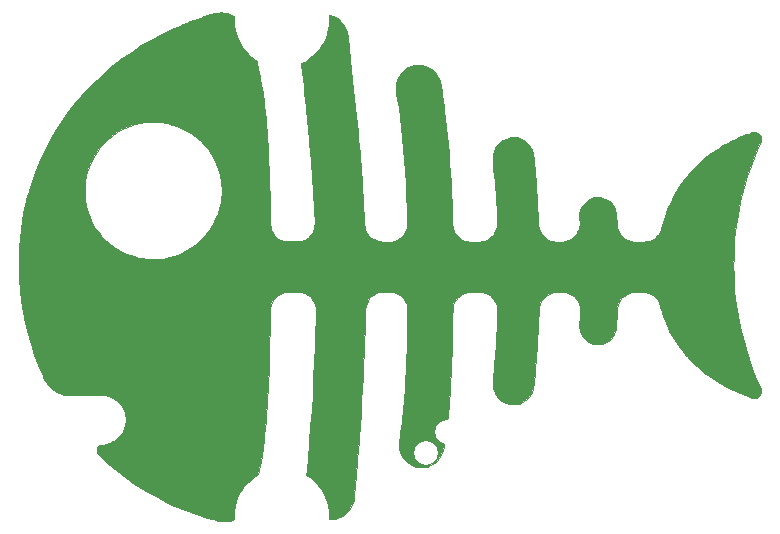
<source format=gbr>
%TF.GenerationSoftware,KiCad,Pcbnew,(5.1.10)-1*%
%TF.CreationDate,2021-08-17T14:11:04+10:00*%
%TF.ProjectId,Rockling-LayoutTest,526f636b-6c69-46e6-972d-4c61796f7574,rev?*%
%TF.SameCoordinates,Original*%
%TF.FileFunction,Legend,Top*%
%TF.FilePolarity,Positive*%
%FSLAX46Y46*%
G04 Gerber Fmt 4.6, Leading zero omitted, Abs format (unit mm)*
G04 Created by KiCad (PCBNEW (5.1.10)-1) date 2021-08-17 14:11:04*
%MOMM*%
%LPD*%
G01*
G04 APERTURE LIST*
%ADD10C,0.010000*%
%ADD11C,2.000000*%
%ADD12C,0.100000*%
G04 APERTURE END LIST*
D10*
%TO.C,Ref\u002A\u002A*%
G36*
X95117354Y-78376540D02*
G01*
X95387939Y-78437547D01*
X95537571Y-78490428D01*
X95784686Y-78611746D01*
X96022122Y-78772191D01*
X96249931Y-78971901D01*
X96468167Y-79211017D01*
X96676882Y-79489676D01*
X96876130Y-79808019D01*
X97065962Y-80166183D01*
X97246432Y-80564308D01*
X97417592Y-81002534D01*
X97579496Y-81480998D01*
X97732195Y-81999841D01*
X97875743Y-82559201D01*
X98010193Y-83159216D01*
X98135597Y-83800027D01*
X98252008Y-84481772D01*
X98359479Y-85204591D01*
X98458062Y-85968621D01*
X98494230Y-86278834D01*
X98551449Y-86805912D01*
X98604827Y-87343633D01*
X98654491Y-87894405D01*
X98700572Y-88460636D01*
X98743198Y-89044733D01*
X98782497Y-89649105D01*
X98818600Y-90276160D01*
X98851635Y-90928305D01*
X98881731Y-91607949D01*
X98909017Y-92317500D01*
X98933622Y-93059365D01*
X98955675Y-93835952D01*
X98975305Y-94649671D01*
X98992641Y-95502928D01*
X98994861Y-95623917D01*
X98999836Y-95853081D01*
X99005901Y-96054700D01*
X99012913Y-96225681D01*
X99020728Y-96362932D01*
X99029202Y-96463363D01*
X99036199Y-96514260D01*
X99101022Y-96748893D01*
X99203259Y-96968610D01*
X99339451Y-97169513D01*
X99506139Y-97347707D01*
X99699864Y-97499295D01*
X99917166Y-97620381D01*
X100073084Y-97682121D01*
X100124255Y-97698863D01*
X100170432Y-97712033D01*
X100217618Y-97722141D01*
X100271816Y-97729694D01*
X100339030Y-97735201D01*
X100425262Y-97739170D01*
X100536516Y-97742109D01*
X100678795Y-97744526D01*
X100835084Y-97746634D01*
X101037185Y-97748633D01*
X101203343Y-97748276D01*
X101339923Y-97744628D01*
X101453291Y-97736753D01*
X101549814Y-97723716D01*
X101635857Y-97704582D01*
X101717786Y-97678416D01*
X101801967Y-97644283D01*
X101894766Y-97601248D01*
X101925167Y-97586496D01*
X102025822Y-97534391D01*
X102107555Y-97483416D01*
X102183950Y-97423634D01*
X102268590Y-97345108D01*
X102306497Y-97307527D01*
X102475027Y-97115713D01*
X102603367Y-96917016D01*
X102693592Y-96706930D01*
X102747779Y-96480950D01*
X102765327Y-96311834D01*
X102767073Y-96230413D01*
X102765774Y-96109824D01*
X102761601Y-95953107D01*
X102754729Y-95763304D01*
X102745331Y-95543456D01*
X102733580Y-95296606D01*
X102719651Y-95025794D01*
X102703716Y-94734062D01*
X102685950Y-94424453D01*
X102666524Y-94100006D01*
X102645614Y-93763765D01*
X102623391Y-93418770D01*
X102600031Y-93068062D01*
X102575706Y-92714685D01*
X102550590Y-92361679D01*
X102524855Y-92012085D01*
X102505796Y-91761000D01*
X102477969Y-91403156D01*
X102449762Y-91048436D01*
X102420963Y-90694661D01*
X102391359Y-90339653D01*
X102360737Y-89981235D01*
X102328884Y-89617226D01*
X102295589Y-89245449D01*
X102260638Y-88863725D01*
X102223819Y-88469875D01*
X102184919Y-88061722D01*
X102143725Y-87637087D01*
X102100025Y-87193790D01*
X102053607Y-86729655D01*
X102004257Y-86242502D01*
X101951762Y-85730152D01*
X101895912Y-85190428D01*
X101836491Y-84621150D01*
X101773289Y-84020141D01*
X101706092Y-83385221D01*
X101634688Y-82714213D01*
X101558864Y-82004938D01*
X101499645Y-81452870D01*
X101477005Y-81240986D01*
X101458737Y-81066201D01*
X101444535Y-80923539D01*
X101434093Y-80808027D01*
X101427107Y-80714687D01*
X101423269Y-80638546D01*
X101422275Y-80574629D01*
X101423818Y-80517959D01*
X101427592Y-80463562D01*
X101433293Y-80406462D01*
X101434609Y-80394536D01*
X101486257Y-80093599D01*
X101572198Y-79816325D01*
X101693769Y-79559809D01*
X101852309Y-79321144D01*
X102015679Y-79131656D01*
X102235521Y-78929083D01*
X102468504Y-78765665D01*
X102713377Y-78642246D01*
X102776147Y-78617799D01*
X102901843Y-78574019D01*
X103011544Y-78542539D01*
X103117275Y-78521422D01*
X103231061Y-78508733D01*
X103364927Y-78502535D01*
X103502084Y-78500928D01*
X103640147Y-78501453D01*
X103746349Y-78504460D01*
X103831133Y-78510915D01*
X103904942Y-78521788D01*
X103978222Y-78538046D01*
X104019252Y-78548859D01*
X104302656Y-78647521D01*
X104564878Y-78781751D01*
X104803319Y-78949211D01*
X105015383Y-79147559D01*
X105198471Y-79374456D01*
X105349986Y-79627560D01*
X105439519Y-79828450D01*
X105461824Y-79887992D01*
X105481608Y-79946213D01*
X105499484Y-80006998D01*
X105516065Y-80074233D01*
X105531963Y-80151805D01*
X105547790Y-80243600D01*
X105564159Y-80353504D01*
X105581683Y-80485403D01*
X105600973Y-80643183D01*
X105622642Y-80830731D01*
X105647303Y-81051932D01*
X105675569Y-81310673D01*
X105680979Y-81360535D01*
X105780581Y-82283538D01*
X105874898Y-83166582D01*
X105964105Y-84011686D01*
X106048377Y-84820870D01*
X106127889Y-85596155D01*
X106202817Y-86339560D01*
X106273337Y-87053105D01*
X106339625Y-87738812D01*
X106401854Y-88398698D01*
X106460202Y-89034785D01*
X106514844Y-89649092D01*
X106565955Y-90243640D01*
X106613711Y-90820448D01*
X106658287Y-91381536D01*
X106699859Y-91928925D01*
X106738602Y-92464635D01*
X106774692Y-92990684D01*
X106808305Y-93509095D01*
X106839615Y-94021885D01*
X106868798Y-94531076D01*
X106896031Y-95038688D01*
X106921488Y-95546739D01*
X106931072Y-95747540D01*
X106943004Y-95982221D01*
X106955535Y-96179856D01*
X106969774Y-96345728D01*
X106986829Y-96485121D01*
X107007810Y-96603318D01*
X107033825Y-96705603D01*
X107065982Y-96797261D01*
X107105391Y-96883574D01*
X107153161Y-96969827D01*
X107205007Y-97052990D01*
X107359780Y-97254289D01*
X107542520Y-97425299D01*
X107749383Y-97563662D01*
X107976526Y-97667022D01*
X108220107Y-97733022D01*
X108343067Y-97750881D01*
X108505450Y-97763398D01*
X108688306Y-97769950D01*
X108876414Y-97770513D01*
X109054554Y-97765067D01*
X109207506Y-97753589D01*
X109220555Y-97752141D01*
X109475953Y-97702533D01*
X109713256Y-97615597D01*
X109929724Y-97493252D01*
X110122616Y-97337417D01*
X110289189Y-97150011D01*
X110426703Y-96932953D01*
X110446660Y-96893917D01*
X110482170Y-96819961D01*
X110512512Y-96749914D01*
X110537937Y-96680064D01*
X110558696Y-96606699D01*
X110575038Y-96526108D01*
X110587215Y-96434579D01*
X110595477Y-96328400D01*
X110600075Y-96203860D01*
X110601259Y-96057248D01*
X110599280Y-95884851D01*
X110594390Y-95682958D01*
X110586838Y-95447858D01*
X110576874Y-95175839D01*
X110571727Y-95041834D01*
X110523886Y-93923527D01*
X110468656Y-92846740D01*
X110406023Y-91811307D01*
X110335972Y-90817061D01*
X110258489Y-89863837D01*
X110173557Y-88951468D01*
X110081164Y-88079788D01*
X109981293Y-87248631D01*
X109873931Y-86457831D01*
X109759062Y-85707221D01*
X109722333Y-85485084D01*
X109693167Y-85310083D01*
X109670729Y-85169726D01*
X109654289Y-85056984D01*
X109643119Y-84964830D01*
X109636488Y-84886235D01*
X109633665Y-84814172D01*
X109633923Y-84741612D01*
X109636530Y-84661529D01*
X109636610Y-84659584D01*
X109665622Y-84378529D01*
X109729830Y-84117975D01*
X109831351Y-83872009D01*
X109972298Y-83634716D01*
X110033534Y-83549694D01*
X110218722Y-83337849D01*
X110428573Y-83159679D01*
X110660516Y-83016447D01*
X110911980Y-82909418D01*
X111180394Y-82839854D01*
X111463189Y-82809021D01*
X111543141Y-82807500D01*
X111826028Y-82827199D01*
X112094567Y-82886519D01*
X112349656Y-82985795D01*
X112592195Y-83125363D01*
X112781632Y-83269507D01*
X112933850Y-83419997D01*
X113076435Y-83601216D01*
X113201891Y-83801614D01*
X113302723Y-84009640D01*
X113354020Y-84151584D01*
X113377084Y-84239286D01*
X113404534Y-84364899D01*
X113435707Y-84524303D01*
X113469942Y-84713377D01*
X113506573Y-84928001D01*
X113544940Y-85164055D01*
X113584379Y-85417418D01*
X113624226Y-85683970D01*
X113663820Y-85959591D01*
X113702498Y-86240161D01*
X113739596Y-86521558D01*
X113755836Y-86649250D01*
X113838652Y-87337365D01*
X113915992Y-88040685D01*
X113988049Y-88761872D01*
X114055013Y-89503590D01*
X114117077Y-90268501D01*
X114174432Y-91059269D01*
X114227270Y-91878556D01*
X114275783Y-92729025D01*
X114320162Y-93613340D01*
X114360599Y-94534163D01*
X114397285Y-95494157D01*
X114401857Y-95623917D01*
X114410033Y-95853212D01*
X114417627Y-96045069D01*
X114425369Y-96204363D01*
X114433991Y-96335971D01*
X114444224Y-96444766D01*
X114456798Y-96535625D01*
X114472445Y-96613422D01*
X114491897Y-96683033D01*
X114515883Y-96749333D01*
X114545136Y-96817197D01*
X114580386Y-96891501D01*
X114597063Y-96925613D01*
X114720898Y-97130755D01*
X114878553Y-97313698D01*
X115065972Y-97471150D01*
X115279097Y-97599819D01*
X115513873Y-97696413D01*
X115567084Y-97712760D01*
X115620530Y-97727526D01*
X115670616Y-97738993D01*
X115723597Y-97747577D01*
X115785727Y-97753689D01*
X115863259Y-97757743D01*
X115962448Y-97760152D01*
X116089549Y-97761330D01*
X116250815Y-97761689D01*
X116307917Y-97761698D01*
X116507594Y-97760964D01*
X116671416Y-97758141D01*
X116805847Y-97752237D01*
X116917350Y-97742260D01*
X117012390Y-97727218D01*
X117097429Y-97706120D01*
X117178933Y-97677975D01*
X117263364Y-97641790D01*
X117345084Y-97602576D01*
X117562445Y-97472033D01*
X117753489Y-97309826D01*
X117915293Y-97119574D01*
X118044938Y-96904893D01*
X118139504Y-96669399D01*
X118161582Y-96591399D01*
X118176353Y-96525251D01*
X118187651Y-96453019D01*
X118195506Y-96370259D01*
X118199952Y-96272528D01*
X118201019Y-96155380D01*
X118198741Y-96014371D01*
X118193147Y-95845058D01*
X118184272Y-95642996D01*
X118172146Y-95403741D01*
X118170345Y-95369917D01*
X118091087Y-94032318D01*
X117996960Y-92711041D01*
X117905497Y-91599979D01*
X117890187Y-91417866D01*
X117876230Y-91239010D01*
X117864091Y-91070399D01*
X117854236Y-90919020D01*
X117847133Y-90791859D01*
X117843246Y-90695905D01*
X117842648Y-90658063D01*
X117862958Y-90389089D01*
X117921718Y-90133093D01*
X118016227Y-89893113D01*
X118143784Y-89672187D01*
X118301691Y-89473353D01*
X118487246Y-89299649D01*
X118697750Y-89154114D01*
X118930501Y-89039786D01*
X119182800Y-88959701D01*
X119384041Y-88923840D01*
X119639724Y-88914045D01*
X119899638Y-88945389D01*
X120081442Y-88991441D01*
X120324490Y-89088012D01*
X120547922Y-89220162D01*
X120748652Y-89384499D01*
X120923595Y-89577632D01*
X121069668Y-89796169D01*
X121183785Y-90036716D01*
X121261256Y-90288855D01*
X121275472Y-90366620D01*
X121291659Y-90483828D01*
X121309610Y-90637644D01*
X121329120Y-90825233D01*
X121349982Y-91043762D01*
X121371990Y-91290395D01*
X121394938Y-91562298D01*
X121418619Y-91856637D01*
X121442826Y-92170576D01*
X121467354Y-92501283D01*
X121491996Y-92845921D01*
X121516547Y-93201656D01*
X121540798Y-93565654D01*
X121564545Y-93935080D01*
X121587580Y-94307101D01*
X121609698Y-94678880D01*
X121630693Y-95047584D01*
X121650357Y-95410378D01*
X121668484Y-95764427D01*
X121684869Y-96106898D01*
X121685046Y-96110750D01*
X121696938Y-96299302D01*
X121714996Y-96456076D01*
X121741457Y-96591445D01*
X121778561Y-96715780D01*
X121828546Y-96839455D01*
X121854025Y-96893917D01*
X121984598Y-97117857D01*
X122144634Y-97311619D01*
X122332842Y-97474120D01*
X122547933Y-97604273D01*
X122788615Y-97700996D01*
X122828204Y-97712947D01*
X122889350Y-97729577D01*
X122946835Y-97741961D01*
X123008389Y-97750713D01*
X123081743Y-97756447D01*
X123174626Y-97759780D01*
X123294770Y-97761325D01*
X123441084Y-97761697D01*
X123627705Y-97760376D01*
X123775690Y-97756237D01*
X123888654Y-97749089D01*
X123970211Y-97738743D01*
X124000484Y-97732275D01*
X124247201Y-97648402D01*
X124472650Y-97530145D01*
X124673707Y-97380297D01*
X124847244Y-97201652D01*
X124990136Y-96997002D01*
X125099256Y-96769141D01*
X125109584Y-96741339D01*
X125151847Y-96608758D01*
X125180265Y-96478797D01*
X125195778Y-96341454D01*
X125199328Y-96186724D01*
X125191855Y-96004605D01*
X125186310Y-95925982D01*
X125173347Y-95706503D01*
X125171891Y-95519590D01*
X125183136Y-95356754D01*
X125208274Y-95209505D01*
X125248497Y-95069352D01*
X125305000Y-94927805D01*
X125335799Y-94861917D01*
X125463491Y-94644094D01*
X125618489Y-94455686D01*
X125796774Y-94297639D01*
X125994323Y-94170896D01*
X126207114Y-94076402D01*
X126431128Y-94015101D01*
X126662342Y-93987938D01*
X126896735Y-93995856D01*
X127130285Y-94039801D01*
X127358971Y-94120715D01*
X127578772Y-94239545D01*
X127681077Y-94311189D01*
X127823243Y-94437763D01*
X127957524Y-94592513D01*
X128072422Y-94761433D01*
X128116059Y-94840948D01*
X128164370Y-94943783D01*
X128203264Y-95045116D01*
X128234310Y-95152416D01*
X128259078Y-95273151D01*
X128279135Y-95414789D01*
X128296051Y-95584798D01*
X128309426Y-95761500D01*
X128324669Y-95975858D01*
X128338775Y-96153256D01*
X128352452Y-96299030D01*
X128366406Y-96418512D01*
X128381344Y-96517038D01*
X128397972Y-96599940D01*
X128416998Y-96672554D01*
X128439107Y-96740151D01*
X128542688Y-96969050D01*
X128680157Y-97175754D01*
X128847590Y-97356996D01*
X129041060Y-97509509D01*
X129256642Y-97630025D01*
X129490408Y-97715279D01*
X129653587Y-97750777D01*
X129746937Y-97760754D01*
X129880240Y-97767008D01*
X130054160Y-97769556D01*
X130269365Y-97768412D01*
X130352000Y-97767186D01*
X130539713Y-97763439D01*
X130692022Y-97758421D01*
X130815859Y-97750926D01*
X130918152Y-97739751D01*
X131005832Y-97723691D01*
X131085830Y-97701542D01*
X131165074Y-97672100D01*
X131250496Y-97634161D01*
X131325667Y-97597994D01*
X131412208Y-97552549D01*
X131487131Y-97504727D01*
X131561244Y-97446317D01*
X131645355Y-97369108D01*
X131707731Y-97307731D01*
X131801917Y-97209074D01*
X131880290Y-97114970D01*
X131946425Y-97018359D01*
X132003900Y-96912182D01*
X132056291Y-96789380D01*
X132107174Y-96642894D01*
X132160126Y-96465666D01*
X132191113Y-96353686D01*
X132395788Y-95675627D01*
X132635063Y-95021812D01*
X132908689Y-94392568D01*
X133216417Y-93788224D01*
X133557996Y-93209107D01*
X133933178Y-92655543D01*
X134341714Y-92127861D01*
X134783353Y-91626387D01*
X135257847Y-91151450D01*
X135764946Y-90703376D01*
X136304400Y-90282493D01*
X136875961Y-89889129D01*
X137326417Y-89611854D01*
X137524475Y-89499500D01*
X137738144Y-89385079D01*
X137963189Y-89270387D01*
X138195377Y-89157220D01*
X138430474Y-89047372D01*
X138664245Y-88942641D01*
X138892456Y-88844821D01*
X139110873Y-88755707D01*
X139315262Y-88677095D01*
X139501388Y-88610782D01*
X139665018Y-88558561D01*
X139801917Y-88522229D01*
X139907850Y-88503581D01*
X139944998Y-88501436D01*
X140105135Y-88521623D01*
X140253200Y-88579798D01*
X140382533Y-88671963D01*
X140486475Y-88794118D01*
X140516264Y-88844418D01*
X140540905Y-88898376D01*
X140555590Y-88955001D01*
X140562587Y-89027613D01*
X140564175Y-89125750D01*
X140563736Y-89316250D01*
X140418768Y-89623167D01*
X140046576Y-90458322D01*
X139706522Y-91318897D01*
X139399403Y-92201852D01*
X139126015Y-93104147D01*
X138887157Y-94022743D01*
X138683624Y-94954600D01*
X138516215Y-95896680D01*
X138385726Y-96845942D01*
X138300972Y-97698250D01*
X138255878Y-98385588D01*
X138229816Y-99098066D01*
X138222786Y-99823014D01*
X138234787Y-100547758D01*
X138265818Y-101259627D01*
X138301206Y-101772834D01*
X138390331Y-102662600D01*
X138514077Y-103556081D01*
X138671268Y-104448682D01*
X138860725Y-105335809D01*
X139081269Y-106212868D01*
X139331722Y-107075266D01*
X139610905Y-107918408D01*
X139917641Y-108737701D01*
X140250750Y-109528551D01*
X140342708Y-109731500D01*
X140418106Y-109897012D01*
X140476433Y-110030362D01*
X140519209Y-110137417D01*
X140547954Y-110224049D01*
X140564187Y-110296127D01*
X140569429Y-110359520D01*
X140565199Y-110420098D01*
X140553017Y-110483731D01*
X140545452Y-110514510D01*
X140485922Y-110669711D01*
X140395185Y-110799349D01*
X140276855Y-110899756D01*
X140134546Y-110967267D01*
X140085638Y-110981060D01*
X140010782Y-110994511D01*
X139934936Y-110997095D01*
X139850578Y-110987483D01*
X139750184Y-110964345D01*
X139626229Y-110926349D01*
X139472651Y-110872697D01*
X138808915Y-110612788D01*
X138158294Y-110319175D01*
X137525047Y-109994278D01*
X136913433Y-109640515D01*
X136327710Y-109260304D01*
X135772139Y-108856065D01*
X135409659Y-108565279D01*
X135283067Y-108455937D01*
X135136714Y-108323579D01*
X134977838Y-108175237D01*
X134813675Y-108017944D01*
X134651460Y-107858734D01*
X134498430Y-107704637D01*
X134361822Y-107562687D01*
X134248872Y-107439917D01*
X134231563Y-107420342D01*
X133846069Y-106956165D01*
X133497486Y-106483002D01*
X133180399Y-105992847D01*
X132889396Y-105477694D01*
X132796271Y-105297084D01*
X132647024Y-104989190D01*
X132511437Y-104683442D01*
X132386333Y-104371376D01*
X132268536Y-104044530D01*
X132154871Y-103694440D01*
X132042161Y-103312644D01*
X132014532Y-103214029D01*
X131924279Y-102960444D01*
X131802199Y-102733842D01*
X131649271Y-102535397D01*
X131466473Y-102366280D01*
X131254785Y-102227667D01*
X131147365Y-102174194D01*
X131059847Y-102136346D01*
X130978454Y-102106325D01*
X130896620Y-102083222D01*
X130807778Y-102066129D01*
X130705363Y-102054139D01*
X130582809Y-102046343D01*
X130433548Y-102041834D01*
X130251014Y-102039703D01*
X130172084Y-102039330D01*
X130004733Y-102038870D01*
X129873461Y-102039105D01*
X129772013Y-102040506D01*
X129694136Y-102043542D01*
X129633575Y-102048681D01*
X129584076Y-102056395D01*
X129539386Y-102067151D01*
X129493250Y-102081419D01*
X129459473Y-102092817D01*
X129221453Y-102194869D01*
X129007038Y-102328843D01*
X128819059Y-102491360D01*
X128660346Y-102679042D01*
X128533731Y-102888509D01*
X128442044Y-103116384D01*
X128388117Y-103359287D01*
X128386212Y-103373733D01*
X128377307Y-103458775D01*
X128368081Y-103572220D01*
X128359545Y-103700160D01*
X128352705Y-103828684D01*
X128351888Y-103847167D01*
X128336525Y-104179390D01*
X128320744Y-104469695D01*
X128304511Y-104718493D01*
X128287794Y-104926198D01*
X128270558Y-105093221D01*
X128252772Y-105219976D01*
X128234400Y-105306875D01*
X128234341Y-105307088D01*
X128144912Y-105551880D01*
X128020590Y-105774344D01*
X127863964Y-105971829D01*
X127677623Y-106141684D01*
X127464158Y-106281257D01*
X127226159Y-106387897D01*
X127155834Y-106411381D01*
X127003536Y-106445105D01*
X126827993Y-106462138D01*
X126644578Y-106462480D01*
X126468669Y-106446133D01*
X126315641Y-106413098D01*
X126309913Y-106411336D01*
X126061074Y-106313243D01*
X125838755Y-106183114D01*
X125644494Y-106022240D01*
X125479830Y-105831911D01*
X125346299Y-105613418D01*
X125337206Y-105595166D01*
X125295330Y-105506189D01*
X125260517Y-105421910D01*
X125232387Y-105337782D01*
X125210558Y-105249259D01*
X125194649Y-105151794D01*
X125184278Y-105040841D01*
X125179063Y-104911852D01*
X125178625Y-104760281D01*
X125182580Y-104581582D01*
X125190548Y-104371207D01*
X125202147Y-104124610D01*
X125206545Y-104037667D01*
X125215302Y-103862527D01*
X125221551Y-103723382D01*
X125225233Y-103613964D01*
X125226291Y-103528006D01*
X125224668Y-103459241D01*
X125220305Y-103401401D01*
X125213146Y-103348218D01*
X125203133Y-103293426D01*
X125199550Y-103275667D01*
X125132432Y-103033683D01*
X125033921Y-102817224D01*
X124900761Y-102620185D01*
X124775536Y-102480820D01*
X124579663Y-102313620D01*
X124360448Y-102181068D01*
X124160750Y-102096848D01*
X124106493Y-102078183D01*
X124059233Y-102063902D01*
X124012281Y-102053419D01*
X123958949Y-102046146D01*
X123892548Y-102041498D01*
X123806391Y-102038886D01*
X123693787Y-102037724D01*
X123548050Y-102037426D01*
X123483417Y-102037417D01*
X123323514Y-102037543D01*
X123199256Y-102038311D01*
X123103955Y-102040310D01*
X123030921Y-102044125D01*
X122973467Y-102050344D01*
X122924904Y-102059553D01*
X122878544Y-102072339D01*
X122827697Y-102089289D01*
X122806084Y-102096848D01*
X122565529Y-102202488D01*
X122349869Y-102340685D01*
X122161711Y-102508822D01*
X122003663Y-102704287D01*
X121878333Y-102924463D01*
X121810371Y-103095161D01*
X121798234Y-103132160D01*
X121787626Y-103167438D01*
X121778295Y-103204298D01*
X121769990Y-103246041D01*
X121762458Y-103295969D01*
X121755448Y-103357383D01*
X121748709Y-103433585D01*
X121741987Y-103527878D01*
X121735033Y-103643561D01*
X121727593Y-103783939D01*
X121719417Y-103952311D01*
X121710253Y-104151980D01*
X121699848Y-104386248D01*
X121687951Y-104658415D01*
X121683645Y-104757334D01*
X121668470Y-105085893D01*
X121651058Y-105427149D01*
X121631655Y-105778044D01*
X121610503Y-106135521D01*
X121587847Y-106496524D01*
X121563929Y-106857995D01*
X121538994Y-107216878D01*
X121513285Y-107570115D01*
X121487046Y-107914650D01*
X121460519Y-108247425D01*
X121433950Y-108565385D01*
X121407580Y-108865472D01*
X121381655Y-109144629D01*
X121356417Y-109399799D01*
X121332110Y-109627926D01*
X121308978Y-109825953D01*
X121287264Y-109990821D01*
X121267212Y-110119476D01*
X121249341Y-110207750D01*
X121165295Y-110462778D01*
X121045520Y-110698795D01*
X120893312Y-110912541D01*
X120711963Y-111100752D01*
X120504770Y-111260167D01*
X120275025Y-111387525D01*
X120026024Y-111479562D01*
X119943389Y-111500888D01*
X119810788Y-111521987D01*
X119653287Y-111532060D01*
X119486841Y-111531165D01*
X119327406Y-111519361D01*
X119197167Y-111498142D01*
X118942333Y-111419480D01*
X118706054Y-111304508D01*
X118491455Y-111156333D01*
X118301657Y-110978065D01*
X118139784Y-110772813D01*
X118008958Y-110543687D01*
X117912302Y-110293794D01*
X117884540Y-110191365D01*
X117864889Y-110093351D01*
X117851774Y-109986871D01*
X117845241Y-109866682D01*
X117845336Y-109727541D01*
X117852106Y-109564206D01*
X117865597Y-109371433D01*
X117885857Y-109143981D01*
X117894660Y-109054167D01*
X117927656Y-108712709D01*
X117960417Y-108352205D01*
X117992674Y-107976787D01*
X118024161Y-107590587D01*
X118054609Y-107197739D01*
X118083751Y-106802376D01*
X118111319Y-106408631D01*
X118137045Y-106020635D01*
X118160661Y-105642524D01*
X118181901Y-105278428D01*
X118200495Y-104932481D01*
X118216176Y-104608816D01*
X118228676Y-104311567D01*
X118237728Y-104044864D01*
X118243064Y-103812843D01*
X118244478Y-103654761D01*
X118240101Y-103463540D01*
X118225093Y-103302449D01*
X118197020Y-103160089D01*
X118153449Y-103025057D01*
X118091950Y-102885954D01*
X118071979Y-102846265D01*
X117963034Y-102672429D01*
X117821918Y-102505786D01*
X117658710Y-102356235D01*
X117483485Y-102233676D01*
X117404610Y-102190571D01*
X117311513Y-102145788D01*
X117226954Y-102109771D01*
X117144847Y-102081658D01*
X117059107Y-102060582D01*
X116963647Y-102045679D01*
X116852381Y-102036084D01*
X116719226Y-102030933D01*
X116558093Y-102029361D01*
X116362899Y-102030503D01*
X116284379Y-102031397D01*
X116106832Y-102033691D01*
X115965758Y-102036039D01*
X115855298Y-102038923D01*
X115769594Y-102042826D01*
X115702787Y-102048233D01*
X115649019Y-102055626D01*
X115602432Y-102065489D01*
X115557167Y-102078306D01*
X115507366Y-102094559D01*
X115503584Y-102095830D01*
X115270217Y-102195571D01*
X115058901Y-102328787D01*
X114872924Y-102491813D01*
X114715574Y-102680989D01*
X114590138Y-102892648D01*
X114499905Y-103123130D01*
X114467859Y-103249822D01*
X114457172Y-103324739D01*
X114447698Y-103440613D01*
X114439420Y-103597765D01*
X114432324Y-103796516D01*
X114426391Y-104037187D01*
X114425140Y-104101167D01*
X114411745Y-104790673D01*
X114398036Y-105440368D01*
X114383913Y-106052773D01*
X114369272Y-106630409D01*
X114354013Y-107175798D01*
X114338034Y-107691462D01*
X114321232Y-108179921D01*
X114303508Y-108643697D01*
X114284758Y-109085312D01*
X114264881Y-109507287D01*
X114243776Y-109912143D01*
X114221341Y-110302402D01*
X114197473Y-110680585D01*
X114172072Y-111049214D01*
X114145036Y-111410810D01*
X114116263Y-111767895D01*
X114115747Y-111774084D01*
X114084011Y-112136662D01*
X114049565Y-112498415D01*
X114012850Y-112856127D01*
X113974309Y-113206580D01*
X113934386Y-113546557D01*
X113893523Y-113872842D01*
X113852163Y-114182218D01*
X113810749Y-114471467D01*
X113769723Y-114737374D01*
X113729529Y-114976721D01*
X113690610Y-115186292D01*
X113653407Y-115362869D01*
X113618365Y-115503236D01*
X113589960Y-115593450D01*
X113473948Y-115849882D01*
X113323244Y-116084815D01*
X113141313Y-116295086D01*
X112931620Y-116477529D01*
X112697630Y-116628980D01*
X112442808Y-116746275D01*
X112265084Y-116803391D01*
X112100409Y-116835097D01*
X111911389Y-116850879D01*
X111712909Y-116850718D01*
X111519855Y-116834599D01*
X111354917Y-116804457D01*
X111090670Y-116718171D01*
X110845799Y-116596034D01*
X110622919Y-116441071D01*
X110424644Y-116256306D01*
X110253591Y-116044763D01*
X110112373Y-115809466D01*
X110003606Y-115553439D01*
X109929905Y-115279706D01*
X109906019Y-115129000D01*
X109896922Y-115043172D01*
X109892087Y-114963151D01*
X109892051Y-114881780D01*
X109897354Y-114791904D01*
X109908536Y-114686366D01*
X109926135Y-114558010D01*
X109950690Y-114399680D01*
X109969808Y-114282334D01*
X110030824Y-113898049D01*
X110088057Y-113507965D01*
X110141648Y-113109932D01*
X110191742Y-112701799D01*
X110238481Y-112281415D01*
X110282009Y-111846629D01*
X110322470Y-111395292D01*
X110360006Y-110925252D01*
X110394761Y-110434359D01*
X110426878Y-109920462D01*
X110456500Y-109381411D01*
X110483772Y-108815055D01*
X110508836Y-108219244D01*
X110531835Y-107591826D01*
X110552913Y-106930652D01*
X110572213Y-106233571D01*
X110589879Y-105498432D01*
X110605714Y-104740561D01*
X110610969Y-104460627D01*
X110615011Y-104219805D01*
X110617836Y-104014893D01*
X110619441Y-103842687D01*
X110619823Y-103699984D01*
X110618977Y-103583580D01*
X110616900Y-103490273D01*
X110613589Y-103416859D01*
X110609040Y-103360135D01*
X110604157Y-103322394D01*
X110544553Y-103079040D01*
X110447445Y-102850884D01*
X110315963Y-102642187D01*
X110153234Y-102457211D01*
X109962385Y-102300216D01*
X109770791Y-102187168D01*
X109662471Y-102135895D01*
X109564984Y-102096103D01*
X109470421Y-102066396D01*
X109370870Y-102045372D01*
X109258421Y-102031633D01*
X109125162Y-102023781D01*
X108963184Y-102020415D01*
X108825500Y-102019983D01*
X108667821Y-102020657D01*
X108544878Y-102022606D01*
X108449081Y-102026384D01*
X108372840Y-102032547D01*
X108308563Y-102041651D01*
X108248660Y-102054252D01*
X108205598Y-102065360D01*
X107979447Y-102146916D01*
X107767557Y-102262538D01*
X107574718Y-102407601D01*
X107405718Y-102577486D01*
X107265348Y-102767569D01*
X107158396Y-102973229D01*
X107105007Y-103127500D01*
X107091832Y-103176726D01*
X107080785Y-103222990D01*
X107071567Y-103270722D01*
X107063880Y-103324351D01*
X107057427Y-103388305D01*
X107051907Y-103467013D01*
X107047024Y-103564904D01*
X107042479Y-103686407D01*
X107037973Y-103835951D01*
X107033208Y-104017963D01*
X107027886Y-104236874D01*
X107026582Y-104291667D01*
X107001106Y-105252808D01*
X106970246Y-106215746D01*
X106933788Y-107184323D01*
X106891523Y-108162379D01*
X106843238Y-109153756D01*
X106788721Y-110162294D01*
X106727762Y-111191835D01*
X106660150Y-112246220D01*
X106585672Y-113329290D01*
X106504117Y-114444886D01*
X106415275Y-115596849D01*
X106380023Y-116039167D01*
X106348730Y-116425749D01*
X106317887Y-116801414D01*
X106287710Y-117163760D01*
X106258413Y-117510385D01*
X106230214Y-117838888D01*
X106203329Y-118146866D01*
X106177972Y-118431918D01*
X106154361Y-118691641D01*
X106132711Y-118923635D01*
X106113237Y-119125497D01*
X106096157Y-119294825D01*
X106081686Y-119429217D01*
X106070040Y-119526272D01*
X106061435Y-119583588D01*
X106061243Y-119584584D01*
X105987602Y-119857491D01*
X105877295Y-120118481D01*
X105733888Y-120363105D01*
X105560947Y-120586913D01*
X105362039Y-120785457D01*
X105140730Y-120954288D01*
X104900586Y-121088959D01*
X104830444Y-121119944D01*
X104670712Y-121181854D01*
X104527844Y-121225459D01*
X104387442Y-121253588D01*
X104235110Y-121269068D01*
X104056450Y-121274727D01*
X104041834Y-121274833D01*
X103903289Y-121274298D01*
X103794752Y-121270082D01*
X103703977Y-121261069D01*
X103618717Y-121246141D01*
X103549194Y-121229934D01*
X103266495Y-121137814D01*
X103001576Y-121009245D01*
X102758310Y-120846843D01*
X102540570Y-120653225D01*
X102352230Y-120431008D01*
X102338396Y-120411861D01*
X102249049Y-120270520D01*
X102161557Y-120103195D01*
X102083379Y-119925859D01*
X102021978Y-119754489D01*
X102006405Y-119701000D01*
X101987962Y-119622297D01*
X101973624Y-119535094D01*
X101963474Y-119436200D01*
X101957592Y-119322424D01*
X101956059Y-119190574D01*
X101958957Y-119037459D01*
X101966367Y-118859888D01*
X101978369Y-118654668D01*
X101995045Y-118418610D01*
X102016476Y-118148521D01*
X102042743Y-117841211D01*
X102058038Y-117669000D01*
X102182638Y-116233614D01*
X102297782Y-114810467D01*
X102403280Y-113402751D01*
X102498941Y-112013654D01*
X102584576Y-110646367D01*
X102659994Y-109304080D01*
X102725006Y-107989984D01*
X102779422Y-106707269D01*
X102823051Y-105459124D01*
X102854720Y-104291667D01*
X102859901Y-104048744D01*
X102862960Y-103843339D01*
X102863400Y-103670670D01*
X102860724Y-103525952D01*
X102854433Y-103404402D01*
X102844030Y-103301236D01*
X102829017Y-103211671D01*
X102808897Y-103130923D01*
X102783171Y-103054208D01*
X102751343Y-102976743D01*
X102712914Y-102893745D01*
X102708268Y-102884084D01*
X102579714Y-102664682D01*
X102419569Y-102473195D01*
X102229294Y-102311084D01*
X102010347Y-102179809D01*
X101999250Y-102174361D01*
X101908608Y-102131690D01*
X101826630Y-102097451D01*
X101747095Y-102070727D01*
X101663777Y-102050602D01*
X101570455Y-102036156D01*
X101460905Y-102026475D01*
X101328904Y-102020639D01*
X101168227Y-102017733D01*
X100972653Y-102016839D01*
X100930334Y-102016820D01*
X100727227Y-102017433D01*
X100560226Y-102019885D01*
X100423115Y-102025092D01*
X100309676Y-102033974D01*
X100213693Y-102047447D01*
X100128947Y-102066429D01*
X100049223Y-102091838D01*
X99968303Y-102124592D01*
X99879970Y-102165609D01*
X99861417Y-102174616D01*
X99642972Y-102304009D01*
X99452222Y-102464565D01*
X99291183Y-102653791D01*
X99161872Y-102869192D01*
X99066306Y-103108276D01*
X99044390Y-103184737D01*
X99034508Y-103225263D01*
X99026079Y-103267959D01*
X99018903Y-103316828D01*
X99012778Y-103375874D01*
X99007503Y-103449100D01*
X99002875Y-103540509D01*
X98998694Y-103654106D01*
X98994757Y-103793893D01*
X98990864Y-103963874D01*
X98986812Y-104168053D01*
X98982399Y-104410432D01*
X98982253Y-104418667D01*
X98963753Y-105367114D01*
X98942521Y-106275038D01*
X98918468Y-107144163D01*
X98891505Y-107976217D01*
X98861542Y-108772927D01*
X98828491Y-109536017D01*
X98792262Y-110267217D01*
X98752765Y-110968250D01*
X98709912Y-111640845D01*
X98663613Y-112286728D01*
X98613779Y-112907624D01*
X98560320Y-113505261D01*
X98503148Y-114081365D01*
X98463701Y-114447362D01*
X98379067Y-115155896D01*
X98287347Y-115823229D01*
X98188373Y-116449924D01*
X98081979Y-117036542D01*
X97967997Y-117583647D01*
X97846258Y-118091801D01*
X97716597Y-118561567D01*
X97578844Y-118993509D01*
X97432834Y-119388187D01*
X97278397Y-119746166D01*
X97115367Y-120068008D01*
X96943577Y-120354276D01*
X96762858Y-120605532D01*
X96573044Y-120822339D01*
X96563167Y-120832431D01*
X96345529Y-121029505D01*
X96118757Y-121186612D01*
X95879334Y-121305746D01*
X95623745Y-121388900D01*
X95552458Y-121405241D01*
X95447082Y-121420588D01*
X95312373Y-121430228D01*
X95160946Y-121434155D01*
X95005415Y-121432360D01*
X94858395Y-121424837D01*
X94732502Y-121411577D01*
X94696750Y-121405760D01*
X94566181Y-121378447D01*
X94398606Y-121337642D01*
X94196880Y-121284107D01*
X93963858Y-121218603D01*
X93702396Y-121141893D01*
X93659584Y-121129072D01*
X92713444Y-120823685D01*
X91788357Y-120482104D01*
X90884847Y-120104626D01*
X90003441Y-119691552D01*
X89144663Y-119243179D01*
X88309039Y-118759807D01*
X87497094Y-118241735D01*
X86709354Y-117689261D01*
X85946344Y-117102686D01*
X85208589Y-116482307D01*
X84724380Y-116043878D01*
X84624082Y-115948720D01*
X84531664Y-115858024D01*
X84452757Y-115777555D01*
X84392995Y-115713076D01*
X84358009Y-115670354D01*
X84355020Y-115665816D01*
X84317301Y-115574715D01*
X84297635Y-115462979D01*
X84297909Y-115349098D01*
X84314359Y-115267011D01*
X84364671Y-115168911D01*
X84443082Y-115077489D01*
X84536223Y-115007940D01*
X84547640Y-115001844D01*
X84611144Y-114979275D01*
X84705024Y-114958512D01*
X84817330Y-114942117D01*
X84835394Y-114940154D01*
X85139547Y-114888702D01*
X85425310Y-114800406D01*
X85690392Y-114677184D01*
X85932499Y-114520957D01*
X86149342Y-114333644D01*
X86338628Y-114117164D01*
X86498065Y-113873436D01*
X86625362Y-113604380D01*
X86701008Y-113377663D01*
X86723737Y-113291279D01*
X86739561Y-113216332D01*
X86749683Y-113141527D01*
X86755306Y-113055567D01*
X86757633Y-112947156D01*
X86757937Y-112843000D01*
X86753448Y-112649908D01*
X86738594Y-112485618D01*
X86710615Y-112337285D01*
X86666751Y-112192067D01*
X86604242Y-112037120D01*
X86567572Y-111957143D01*
X86419582Y-111690803D01*
X86241628Y-111453899D01*
X86035402Y-111247768D01*
X85802601Y-111073743D01*
X85544917Y-110933158D01*
X85264045Y-110827347D01*
X85070151Y-110777915D01*
X85030297Y-110770039D01*
X84989278Y-110763385D01*
X84943800Y-110757935D01*
X84890568Y-110753672D01*
X84826290Y-110750580D01*
X84747671Y-110748640D01*
X84651417Y-110747836D01*
X84534234Y-110748151D01*
X84392829Y-110749567D01*
X84223907Y-110752068D01*
X84024174Y-110755636D01*
X83790336Y-110760254D01*
X83519100Y-110765905D01*
X83370144Y-110769076D01*
X83042169Y-110775459D01*
X82752855Y-110779470D01*
X82498578Y-110780764D01*
X82275716Y-110778998D01*
X82080643Y-110773824D01*
X81909738Y-110764899D01*
X81759375Y-110751877D01*
X81625931Y-110734412D01*
X81505783Y-110712160D01*
X81395307Y-110684775D01*
X81290879Y-110651913D01*
X81188876Y-110613228D01*
X81085674Y-110568374D01*
X81040048Y-110547115D01*
X80782345Y-110406684D01*
X80552745Y-110241250D01*
X80372432Y-110076009D01*
X80270116Y-109969066D01*
X80182097Y-109868386D01*
X80103955Y-109767040D01*
X80031268Y-109658098D01*
X79959616Y-109534629D01*
X79884578Y-109389704D01*
X79801732Y-109216393D01*
X79744665Y-109091991D01*
X79368665Y-108217959D01*
X79031892Y-107338997D01*
X78733720Y-106452582D01*
X78473523Y-105556189D01*
X78250675Y-104647293D01*
X78064550Y-103723371D01*
X77914523Y-102781896D01*
X77799968Y-101820345D01*
X77728162Y-100957917D01*
X77720791Y-100819154D01*
X77714668Y-100645438D01*
X77709795Y-100443340D01*
X77706172Y-100219431D01*
X77703800Y-99980282D01*
X77702680Y-99732465D01*
X77702811Y-99482550D01*
X77704194Y-99237108D01*
X77706830Y-99002711D01*
X77710720Y-98785929D01*
X77715863Y-98593334D01*
X77722261Y-98431496D01*
X77727953Y-98333250D01*
X77794131Y-97539114D01*
X77879714Y-96777183D01*
X77985712Y-96041535D01*
X78113136Y-95326248D01*
X78262998Y-94625398D01*
X78436309Y-93933063D01*
X78546256Y-93539000D01*
X78576067Y-93443750D01*
X83290527Y-93443750D01*
X83291168Y-93626638D01*
X83293420Y-93776010D01*
X83297774Y-93900669D01*
X83304722Y-94009419D01*
X83314755Y-94111062D01*
X83328366Y-94214401D01*
X83336634Y-94269250D01*
X83434649Y-94770683D01*
X83569458Y-95251201D01*
X83741175Y-95711029D01*
X83949915Y-96150392D01*
X84195794Y-96569512D01*
X84478926Y-96968614D01*
X84799427Y-97347923D01*
X85049699Y-97605309D01*
X85421181Y-97938606D01*
X85811325Y-98234066D01*
X86221479Y-98492482D01*
X86652991Y-98714650D01*
X87107207Y-98901363D01*
X87433778Y-99009702D01*
X87678424Y-99077372D01*
X87928461Y-99133719D01*
X88194008Y-99180616D01*
X88485182Y-99219939D01*
X88685417Y-99241576D01*
X88778806Y-99246938D01*
X88905205Y-99248601D01*
X89055488Y-99246934D01*
X89220528Y-99242306D01*
X89391198Y-99235087D01*
X89558372Y-99225645D01*
X89712922Y-99214348D01*
X89845722Y-99201567D01*
X89923667Y-99191514D01*
X90417560Y-99096603D01*
X90894176Y-98963094D01*
X91352873Y-98791316D01*
X91793010Y-98581601D01*
X92213945Y-98334278D01*
X92615036Y-98049676D01*
X92995641Y-97728127D01*
X93249143Y-97481635D01*
X93583441Y-97108814D01*
X93880240Y-96716612D01*
X94139701Y-96304699D01*
X94361985Y-95872744D01*
X94547254Y-95420418D01*
X94695668Y-94947389D01*
X94807389Y-94453328D01*
X94848450Y-94205750D01*
X94862444Y-94095343D01*
X94872732Y-93976204D01*
X94879687Y-93840442D01*
X94883684Y-93680164D01*
X94885097Y-93487476D01*
X94885090Y-93433167D01*
X94881776Y-93172633D01*
X94871756Y-92942765D01*
X94853787Y-92732247D01*
X94826629Y-92529766D01*
X94789041Y-92324007D01*
X94739782Y-92103657D01*
X94738823Y-92099667D01*
X94605064Y-91630550D01*
X94434791Y-91179892D01*
X94229945Y-90749177D01*
X93992466Y-90339887D01*
X93724295Y-89953508D01*
X93427373Y-89591523D01*
X93103640Y-89255416D01*
X92755036Y-88946672D01*
X92383503Y-88666773D01*
X91990979Y-88417206D01*
X91579407Y-88199452D01*
X91150726Y-88014997D01*
X90706877Y-87865324D01*
X90249801Y-87751918D01*
X89781437Y-87676262D01*
X89303727Y-87639840D01*
X88907667Y-87640246D01*
X88431435Y-87674068D01*
X87976723Y-87741494D01*
X87537402Y-87844075D01*
X87107342Y-87983360D01*
X86680411Y-88160898D01*
X86494667Y-88250186D01*
X86064663Y-88488423D01*
X85659027Y-88760221D01*
X85279421Y-89063502D01*
X84927503Y-89396189D01*
X84604935Y-89756204D01*
X84313374Y-90141468D01*
X84054483Y-90549905D01*
X83829919Y-90979436D01*
X83641344Y-91427982D01*
X83490418Y-91893468D01*
X83444854Y-92067917D01*
X83394429Y-92286780D01*
X83355572Y-92487662D01*
X83327040Y-92681642D01*
X83307590Y-92879802D01*
X83295979Y-93093221D01*
X83290965Y-93332980D01*
X83290527Y-93443750D01*
X78576067Y-93443750D01*
X78831570Y-92627413D01*
X79153964Y-91735871D01*
X79512935Y-90864932D01*
X79907981Y-90015154D01*
X80338601Y-89187094D01*
X80804293Y-88381310D01*
X81304554Y-87598360D01*
X81838883Y-86838802D01*
X82406779Y-86103193D01*
X83007739Y-85392090D01*
X83641261Y-84706052D01*
X84306843Y-84045635D01*
X85003984Y-83411399D01*
X85732182Y-82803900D01*
X86490935Y-82223696D01*
X87279741Y-81671344D01*
X88098097Y-81147403D01*
X88945503Y-80652430D01*
X89821457Y-80186983D01*
X90725456Y-79751619D01*
X91109000Y-79579789D01*
X91368146Y-79468498D01*
X91646140Y-79353314D01*
X91937641Y-79236196D01*
X92237312Y-79119101D01*
X92539812Y-79003988D01*
X92839801Y-78892814D01*
X93131941Y-78787538D01*
X93410891Y-78690118D01*
X93671312Y-78602511D01*
X93907865Y-78526675D01*
X94115210Y-78464569D01*
X94252256Y-78427167D01*
X94545645Y-78371159D01*
X94835300Y-78354347D01*
X95117354Y-78376540D01*
G37*
X95117354Y-78376540D02*
X95387939Y-78437547D01*
X95537571Y-78490428D01*
X95784686Y-78611746D01*
X96022122Y-78772191D01*
X96249931Y-78971901D01*
X96468167Y-79211017D01*
X96676882Y-79489676D01*
X96876130Y-79808019D01*
X97065962Y-80166183D01*
X97246432Y-80564308D01*
X97417592Y-81002534D01*
X97579496Y-81480998D01*
X97732195Y-81999841D01*
X97875743Y-82559201D01*
X98010193Y-83159216D01*
X98135597Y-83800027D01*
X98252008Y-84481772D01*
X98359479Y-85204591D01*
X98458062Y-85968621D01*
X98494230Y-86278834D01*
X98551449Y-86805912D01*
X98604827Y-87343633D01*
X98654491Y-87894405D01*
X98700572Y-88460636D01*
X98743198Y-89044733D01*
X98782497Y-89649105D01*
X98818600Y-90276160D01*
X98851635Y-90928305D01*
X98881731Y-91607949D01*
X98909017Y-92317500D01*
X98933622Y-93059365D01*
X98955675Y-93835952D01*
X98975305Y-94649671D01*
X98992641Y-95502928D01*
X98994861Y-95623917D01*
X98999836Y-95853081D01*
X99005901Y-96054700D01*
X99012913Y-96225681D01*
X99020728Y-96362932D01*
X99029202Y-96463363D01*
X99036199Y-96514260D01*
X99101022Y-96748893D01*
X99203259Y-96968610D01*
X99339451Y-97169513D01*
X99506139Y-97347707D01*
X99699864Y-97499295D01*
X99917166Y-97620381D01*
X100073084Y-97682121D01*
X100124255Y-97698863D01*
X100170432Y-97712033D01*
X100217618Y-97722141D01*
X100271816Y-97729694D01*
X100339030Y-97735201D01*
X100425262Y-97739170D01*
X100536516Y-97742109D01*
X100678795Y-97744526D01*
X100835084Y-97746634D01*
X101037185Y-97748633D01*
X101203343Y-97748276D01*
X101339923Y-97744628D01*
X101453291Y-97736753D01*
X101549814Y-97723716D01*
X101635857Y-97704582D01*
X101717786Y-97678416D01*
X101801967Y-97644283D01*
X101894766Y-97601248D01*
X101925167Y-97586496D01*
X102025822Y-97534391D01*
X102107555Y-97483416D01*
X102183950Y-97423634D01*
X102268590Y-97345108D01*
X102306497Y-97307527D01*
X102475027Y-97115713D01*
X102603367Y-96917016D01*
X102693592Y-96706930D01*
X102747779Y-96480950D01*
X102765327Y-96311834D01*
X102767073Y-96230413D01*
X102765774Y-96109824D01*
X102761601Y-95953107D01*
X102754729Y-95763304D01*
X102745331Y-95543456D01*
X102733580Y-95296606D01*
X102719651Y-95025794D01*
X102703716Y-94734062D01*
X102685950Y-94424453D01*
X102666524Y-94100006D01*
X102645614Y-93763765D01*
X102623391Y-93418770D01*
X102600031Y-93068062D01*
X102575706Y-92714685D01*
X102550590Y-92361679D01*
X102524855Y-92012085D01*
X102505796Y-91761000D01*
X102477969Y-91403156D01*
X102449762Y-91048436D01*
X102420963Y-90694661D01*
X102391359Y-90339653D01*
X102360737Y-89981235D01*
X102328884Y-89617226D01*
X102295589Y-89245449D01*
X102260638Y-88863725D01*
X102223819Y-88469875D01*
X102184919Y-88061722D01*
X102143725Y-87637087D01*
X102100025Y-87193790D01*
X102053607Y-86729655D01*
X102004257Y-86242502D01*
X101951762Y-85730152D01*
X101895912Y-85190428D01*
X101836491Y-84621150D01*
X101773289Y-84020141D01*
X101706092Y-83385221D01*
X101634688Y-82714213D01*
X101558864Y-82004938D01*
X101499645Y-81452870D01*
X101477005Y-81240986D01*
X101458737Y-81066201D01*
X101444535Y-80923539D01*
X101434093Y-80808027D01*
X101427107Y-80714687D01*
X101423269Y-80638546D01*
X101422275Y-80574629D01*
X101423818Y-80517959D01*
X101427592Y-80463562D01*
X101433293Y-80406462D01*
X101434609Y-80394536D01*
X101486257Y-80093599D01*
X101572198Y-79816325D01*
X101693769Y-79559809D01*
X101852309Y-79321144D01*
X102015679Y-79131656D01*
X102235521Y-78929083D01*
X102468504Y-78765665D01*
X102713377Y-78642246D01*
X102776147Y-78617799D01*
X102901843Y-78574019D01*
X103011544Y-78542539D01*
X103117275Y-78521422D01*
X103231061Y-78508733D01*
X103364927Y-78502535D01*
X103502084Y-78500928D01*
X103640147Y-78501453D01*
X103746349Y-78504460D01*
X103831133Y-78510915D01*
X103904942Y-78521788D01*
X103978222Y-78538046D01*
X104019252Y-78548859D01*
X104302656Y-78647521D01*
X104564878Y-78781751D01*
X104803319Y-78949211D01*
X105015383Y-79147559D01*
X105198471Y-79374456D01*
X105349986Y-79627560D01*
X105439519Y-79828450D01*
X105461824Y-79887992D01*
X105481608Y-79946213D01*
X105499484Y-80006998D01*
X105516065Y-80074233D01*
X105531963Y-80151805D01*
X105547790Y-80243600D01*
X105564159Y-80353504D01*
X105581683Y-80485403D01*
X105600973Y-80643183D01*
X105622642Y-80830731D01*
X105647303Y-81051932D01*
X105675569Y-81310673D01*
X105680979Y-81360535D01*
X105780581Y-82283538D01*
X105874898Y-83166582D01*
X105964105Y-84011686D01*
X106048377Y-84820870D01*
X106127889Y-85596155D01*
X106202817Y-86339560D01*
X106273337Y-87053105D01*
X106339625Y-87738812D01*
X106401854Y-88398698D01*
X106460202Y-89034785D01*
X106514844Y-89649092D01*
X106565955Y-90243640D01*
X106613711Y-90820448D01*
X106658287Y-91381536D01*
X106699859Y-91928925D01*
X106738602Y-92464635D01*
X106774692Y-92990684D01*
X106808305Y-93509095D01*
X106839615Y-94021885D01*
X106868798Y-94531076D01*
X106896031Y-95038688D01*
X106921488Y-95546739D01*
X106931072Y-95747540D01*
X106943004Y-95982221D01*
X106955535Y-96179856D01*
X106969774Y-96345728D01*
X106986829Y-96485121D01*
X107007810Y-96603318D01*
X107033825Y-96705603D01*
X107065982Y-96797261D01*
X107105391Y-96883574D01*
X107153161Y-96969827D01*
X107205007Y-97052990D01*
X107359780Y-97254289D01*
X107542520Y-97425299D01*
X107749383Y-97563662D01*
X107976526Y-97667022D01*
X108220107Y-97733022D01*
X108343067Y-97750881D01*
X108505450Y-97763398D01*
X108688306Y-97769950D01*
X108876414Y-97770513D01*
X109054554Y-97765067D01*
X109207506Y-97753589D01*
X109220555Y-97752141D01*
X109475953Y-97702533D01*
X109713256Y-97615597D01*
X109929724Y-97493252D01*
X110122616Y-97337417D01*
X110289189Y-97150011D01*
X110426703Y-96932953D01*
X110446660Y-96893917D01*
X110482170Y-96819961D01*
X110512512Y-96749914D01*
X110537937Y-96680064D01*
X110558696Y-96606699D01*
X110575038Y-96526108D01*
X110587215Y-96434579D01*
X110595477Y-96328400D01*
X110600075Y-96203860D01*
X110601259Y-96057248D01*
X110599280Y-95884851D01*
X110594390Y-95682958D01*
X110586838Y-95447858D01*
X110576874Y-95175839D01*
X110571727Y-95041834D01*
X110523886Y-93923527D01*
X110468656Y-92846740D01*
X110406023Y-91811307D01*
X110335972Y-90817061D01*
X110258489Y-89863837D01*
X110173557Y-88951468D01*
X110081164Y-88079788D01*
X109981293Y-87248631D01*
X109873931Y-86457831D01*
X109759062Y-85707221D01*
X109722333Y-85485084D01*
X109693167Y-85310083D01*
X109670729Y-85169726D01*
X109654289Y-85056984D01*
X109643119Y-84964830D01*
X109636488Y-84886235D01*
X109633665Y-84814172D01*
X109633923Y-84741612D01*
X109636530Y-84661529D01*
X109636610Y-84659584D01*
X109665622Y-84378529D01*
X109729830Y-84117975D01*
X109831351Y-83872009D01*
X109972298Y-83634716D01*
X110033534Y-83549694D01*
X110218722Y-83337849D01*
X110428573Y-83159679D01*
X110660516Y-83016447D01*
X110911980Y-82909418D01*
X111180394Y-82839854D01*
X111463189Y-82809021D01*
X111543141Y-82807500D01*
X111826028Y-82827199D01*
X112094567Y-82886519D01*
X112349656Y-82985795D01*
X112592195Y-83125363D01*
X112781632Y-83269507D01*
X112933850Y-83419997D01*
X113076435Y-83601216D01*
X113201891Y-83801614D01*
X113302723Y-84009640D01*
X113354020Y-84151584D01*
X113377084Y-84239286D01*
X113404534Y-84364899D01*
X113435707Y-84524303D01*
X113469942Y-84713377D01*
X113506573Y-84928001D01*
X113544940Y-85164055D01*
X113584379Y-85417418D01*
X113624226Y-85683970D01*
X113663820Y-85959591D01*
X113702498Y-86240161D01*
X113739596Y-86521558D01*
X113755836Y-86649250D01*
X113838652Y-87337365D01*
X113915992Y-88040685D01*
X113988049Y-88761872D01*
X114055013Y-89503590D01*
X114117077Y-90268501D01*
X114174432Y-91059269D01*
X114227270Y-91878556D01*
X114275783Y-92729025D01*
X114320162Y-93613340D01*
X114360599Y-94534163D01*
X114397285Y-95494157D01*
X114401857Y-95623917D01*
X114410033Y-95853212D01*
X114417627Y-96045069D01*
X114425369Y-96204363D01*
X114433991Y-96335971D01*
X114444224Y-96444766D01*
X114456798Y-96535625D01*
X114472445Y-96613422D01*
X114491897Y-96683033D01*
X114515883Y-96749333D01*
X114545136Y-96817197D01*
X114580386Y-96891501D01*
X114597063Y-96925613D01*
X114720898Y-97130755D01*
X114878553Y-97313698D01*
X115065972Y-97471150D01*
X115279097Y-97599819D01*
X115513873Y-97696413D01*
X115567084Y-97712760D01*
X115620530Y-97727526D01*
X115670616Y-97738993D01*
X115723597Y-97747577D01*
X115785727Y-97753689D01*
X115863259Y-97757743D01*
X115962448Y-97760152D01*
X116089549Y-97761330D01*
X116250815Y-97761689D01*
X116307917Y-97761698D01*
X116507594Y-97760964D01*
X116671416Y-97758141D01*
X116805847Y-97752237D01*
X116917350Y-97742260D01*
X117012390Y-97727218D01*
X117097429Y-97706120D01*
X117178933Y-97677975D01*
X117263364Y-97641790D01*
X117345084Y-97602576D01*
X117562445Y-97472033D01*
X117753489Y-97309826D01*
X117915293Y-97119574D01*
X118044938Y-96904893D01*
X118139504Y-96669399D01*
X118161582Y-96591399D01*
X118176353Y-96525251D01*
X118187651Y-96453019D01*
X118195506Y-96370259D01*
X118199952Y-96272528D01*
X118201019Y-96155380D01*
X118198741Y-96014371D01*
X118193147Y-95845058D01*
X118184272Y-95642996D01*
X118172146Y-95403741D01*
X118170345Y-95369917D01*
X118091087Y-94032318D01*
X117996960Y-92711041D01*
X117905497Y-91599979D01*
X117890187Y-91417866D01*
X117876230Y-91239010D01*
X117864091Y-91070399D01*
X117854236Y-90919020D01*
X117847133Y-90791859D01*
X117843246Y-90695905D01*
X117842648Y-90658063D01*
X117862958Y-90389089D01*
X117921718Y-90133093D01*
X118016227Y-89893113D01*
X118143784Y-89672187D01*
X118301691Y-89473353D01*
X118487246Y-89299649D01*
X118697750Y-89154114D01*
X118930501Y-89039786D01*
X119182800Y-88959701D01*
X119384041Y-88923840D01*
X119639724Y-88914045D01*
X119899638Y-88945389D01*
X120081442Y-88991441D01*
X120324490Y-89088012D01*
X120547922Y-89220162D01*
X120748652Y-89384499D01*
X120923595Y-89577632D01*
X121069668Y-89796169D01*
X121183785Y-90036716D01*
X121261256Y-90288855D01*
X121275472Y-90366620D01*
X121291659Y-90483828D01*
X121309610Y-90637644D01*
X121329120Y-90825233D01*
X121349982Y-91043762D01*
X121371990Y-91290395D01*
X121394938Y-91562298D01*
X121418619Y-91856637D01*
X121442826Y-92170576D01*
X121467354Y-92501283D01*
X121491996Y-92845921D01*
X121516547Y-93201656D01*
X121540798Y-93565654D01*
X121564545Y-93935080D01*
X121587580Y-94307101D01*
X121609698Y-94678880D01*
X121630693Y-95047584D01*
X121650357Y-95410378D01*
X121668484Y-95764427D01*
X121684869Y-96106898D01*
X121685046Y-96110750D01*
X121696938Y-96299302D01*
X121714996Y-96456076D01*
X121741457Y-96591445D01*
X121778561Y-96715780D01*
X121828546Y-96839455D01*
X121854025Y-96893917D01*
X121984598Y-97117857D01*
X122144634Y-97311619D01*
X122332842Y-97474120D01*
X122547933Y-97604273D01*
X122788615Y-97700996D01*
X122828204Y-97712947D01*
X122889350Y-97729577D01*
X122946835Y-97741961D01*
X123008389Y-97750713D01*
X123081743Y-97756447D01*
X123174626Y-97759780D01*
X123294770Y-97761325D01*
X123441084Y-97761697D01*
X123627705Y-97760376D01*
X123775690Y-97756237D01*
X123888654Y-97749089D01*
X123970211Y-97738743D01*
X124000484Y-97732275D01*
X124247201Y-97648402D01*
X124472650Y-97530145D01*
X124673707Y-97380297D01*
X124847244Y-97201652D01*
X124990136Y-96997002D01*
X125099256Y-96769141D01*
X125109584Y-96741339D01*
X125151847Y-96608758D01*
X125180265Y-96478797D01*
X125195778Y-96341454D01*
X125199328Y-96186724D01*
X125191855Y-96004605D01*
X125186310Y-95925982D01*
X125173347Y-95706503D01*
X125171891Y-95519590D01*
X125183136Y-95356754D01*
X125208274Y-95209505D01*
X125248497Y-95069352D01*
X125305000Y-94927805D01*
X125335799Y-94861917D01*
X125463491Y-94644094D01*
X125618489Y-94455686D01*
X125796774Y-94297639D01*
X125994323Y-94170896D01*
X126207114Y-94076402D01*
X126431128Y-94015101D01*
X126662342Y-93987938D01*
X126896735Y-93995856D01*
X127130285Y-94039801D01*
X127358971Y-94120715D01*
X127578772Y-94239545D01*
X127681077Y-94311189D01*
X127823243Y-94437763D01*
X127957524Y-94592513D01*
X128072422Y-94761433D01*
X128116059Y-94840948D01*
X128164370Y-94943783D01*
X128203264Y-95045116D01*
X128234310Y-95152416D01*
X128259078Y-95273151D01*
X128279135Y-95414789D01*
X128296051Y-95584798D01*
X128309426Y-95761500D01*
X128324669Y-95975858D01*
X128338775Y-96153256D01*
X128352452Y-96299030D01*
X128366406Y-96418512D01*
X128381344Y-96517038D01*
X128397972Y-96599940D01*
X128416998Y-96672554D01*
X128439107Y-96740151D01*
X128542688Y-96969050D01*
X128680157Y-97175754D01*
X128847590Y-97356996D01*
X129041060Y-97509509D01*
X129256642Y-97630025D01*
X129490408Y-97715279D01*
X129653587Y-97750777D01*
X129746937Y-97760754D01*
X129880240Y-97767008D01*
X130054160Y-97769556D01*
X130269365Y-97768412D01*
X130352000Y-97767186D01*
X130539713Y-97763439D01*
X130692022Y-97758421D01*
X130815859Y-97750926D01*
X130918152Y-97739751D01*
X131005832Y-97723691D01*
X131085830Y-97701542D01*
X131165074Y-97672100D01*
X131250496Y-97634161D01*
X131325667Y-97597994D01*
X131412208Y-97552549D01*
X131487131Y-97504727D01*
X131561244Y-97446317D01*
X131645355Y-97369108D01*
X131707731Y-97307731D01*
X131801917Y-97209074D01*
X131880290Y-97114970D01*
X131946425Y-97018359D01*
X132003900Y-96912182D01*
X132056291Y-96789380D01*
X132107174Y-96642894D01*
X132160126Y-96465666D01*
X132191113Y-96353686D01*
X132395788Y-95675627D01*
X132635063Y-95021812D01*
X132908689Y-94392568D01*
X133216417Y-93788224D01*
X133557996Y-93209107D01*
X133933178Y-92655543D01*
X134341714Y-92127861D01*
X134783353Y-91626387D01*
X135257847Y-91151450D01*
X135764946Y-90703376D01*
X136304400Y-90282493D01*
X136875961Y-89889129D01*
X137326417Y-89611854D01*
X137524475Y-89499500D01*
X137738144Y-89385079D01*
X137963189Y-89270387D01*
X138195377Y-89157220D01*
X138430474Y-89047372D01*
X138664245Y-88942641D01*
X138892456Y-88844821D01*
X139110873Y-88755707D01*
X139315262Y-88677095D01*
X139501388Y-88610782D01*
X139665018Y-88558561D01*
X139801917Y-88522229D01*
X139907850Y-88503581D01*
X139944998Y-88501436D01*
X140105135Y-88521623D01*
X140253200Y-88579798D01*
X140382533Y-88671963D01*
X140486475Y-88794118D01*
X140516264Y-88844418D01*
X140540905Y-88898376D01*
X140555590Y-88955001D01*
X140562587Y-89027613D01*
X140564175Y-89125750D01*
X140563736Y-89316250D01*
X140418768Y-89623167D01*
X140046576Y-90458322D01*
X139706522Y-91318897D01*
X139399403Y-92201852D01*
X139126015Y-93104147D01*
X138887157Y-94022743D01*
X138683624Y-94954600D01*
X138516215Y-95896680D01*
X138385726Y-96845942D01*
X138300972Y-97698250D01*
X138255878Y-98385588D01*
X138229816Y-99098066D01*
X138222786Y-99823014D01*
X138234787Y-100547758D01*
X138265818Y-101259627D01*
X138301206Y-101772834D01*
X138390331Y-102662600D01*
X138514077Y-103556081D01*
X138671268Y-104448682D01*
X138860725Y-105335809D01*
X139081269Y-106212868D01*
X139331722Y-107075266D01*
X139610905Y-107918408D01*
X139917641Y-108737701D01*
X140250750Y-109528551D01*
X140342708Y-109731500D01*
X140418106Y-109897012D01*
X140476433Y-110030362D01*
X140519209Y-110137417D01*
X140547954Y-110224049D01*
X140564187Y-110296127D01*
X140569429Y-110359520D01*
X140565199Y-110420098D01*
X140553017Y-110483731D01*
X140545452Y-110514510D01*
X140485922Y-110669711D01*
X140395185Y-110799349D01*
X140276855Y-110899756D01*
X140134546Y-110967267D01*
X140085638Y-110981060D01*
X140010782Y-110994511D01*
X139934936Y-110997095D01*
X139850578Y-110987483D01*
X139750184Y-110964345D01*
X139626229Y-110926349D01*
X139472651Y-110872697D01*
X138808915Y-110612788D01*
X138158294Y-110319175D01*
X137525047Y-109994278D01*
X136913433Y-109640515D01*
X136327710Y-109260304D01*
X135772139Y-108856065D01*
X135409659Y-108565279D01*
X135283067Y-108455937D01*
X135136714Y-108323579D01*
X134977838Y-108175237D01*
X134813675Y-108017944D01*
X134651460Y-107858734D01*
X134498430Y-107704637D01*
X134361822Y-107562687D01*
X134248872Y-107439917D01*
X134231563Y-107420342D01*
X133846069Y-106956165D01*
X133497486Y-106483002D01*
X133180399Y-105992847D01*
X132889396Y-105477694D01*
X132796271Y-105297084D01*
X132647024Y-104989190D01*
X132511437Y-104683442D01*
X132386333Y-104371376D01*
X132268536Y-104044530D01*
X132154871Y-103694440D01*
X132042161Y-103312644D01*
X132014532Y-103214029D01*
X131924279Y-102960444D01*
X131802199Y-102733842D01*
X131649271Y-102535397D01*
X131466473Y-102366280D01*
X131254785Y-102227667D01*
X131147365Y-102174194D01*
X131059847Y-102136346D01*
X130978454Y-102106325D01*
X130896620Y-102083222D01*
X130807778Y-102066129D01*
X130705363Y-102054139D01*
X130582809Y-102046343D01*
X130433548Y-102041834D01*
X130251014Y-102039703D01*
X130172084Y-102039330D01*
X130004733Y-102038870D01*
X129873461Y-102039105D01*
X129772013Y-102040506D01*
X129694136Y-102043542D01*
X129633575Y-102048681D01*
X129584076Y-102056395D01*
X129539386Y-102067151D01*
X129493250Y-102081419D01*
X129459473Y-102092817D01*
X129221453Y-102194869D01*
X129007038Y-102328843D01*
X128819059Y-102491360D01*
X128660346Y-102679042D01*
X128533731Y-102888509D01*
X128442044Y-103116384D01*
X128388117Y-103359287D01*
X128386212Y-103373733D01*
X128377307Y-103458775D01*
X128368081Y-103572220D01*
X128359545Y-103700160D01*
X128352705Y-103828684D01*
X128351888Y-103847167D01*
X128336525Y-104179390D01*
X128320744Y-104469695D01*
X128304511Y-104718493D01*
X128287794Y-104926198D01*
X128270558Y-105093221D01*
X128252772Y-105219976D01*
X128234400Y-105306875D01*
X128234341Y-105307088D01*
X128144912Y-105551880D01*
X128020590Y-105774344D01*
X127863964Y-105971829D01*
X127677623Y-106141684D01*
X127464158Y-106281257D01*
X127226159Y-106387897D01*
X127155834Y-106411381D01*
X127003536Y-106445105D01*
X126827993Y-106462138D01*
X126644578Y-106462480D01*
X126468669Y-106446133D01*
X126315641Y-106413098D01*
X126309913Y-106411336D01*
X126061074Y-106313243D01*
X125838755Y-106183114D01*
X125644494Y-106022240D01*
X125479830Y-105831911D01*
X125346299Y-105613418D01*
X125337206Y-105595166D01*
X125295330Y-105506189D01*
X125260517Y-105421910D01*
X125232387Y-105337782D01*
X125210558Y-105249259D01*
X125194649Y-105151794D01*
X125184278Y-105040841D01*
X125179063Y-104911852D01*
X125178625Y-104760281D01*
X125182580Y-104581582D01*
X125190548Y-104371207D01*
X125202147Y-104124610D01*
X125206545Y-104037667D01*
X125215302Y-103862527D01*
X125221551Y-103723382D01*
X125225233Y-103613964D01*
X125226291Y-103528006D01*
X125224668Y-103459241D01*
X125220305Y-103401401D01*
X125213146Y-103348218D01*
X125203133Y-103293426D01*
X125199550Y-103275667D01*
X125132432Y-103033683D01*
X125033921Y-102817224D01*
X124900761Y-102620185D01*
X124775536Y-102480820D01*
X124579663Y-102313620D01*
X124360448Y-102181068D01*
X124160750Y-102096848D01*
X124106493Y-102078183D01*
X124059233Y-102063902D01*
X124012281Y-102053419D01*
X123958949Y-102046146D01*
X123892548Y-102041498D01*
X123806391Y-102038886D01*
X123693787Y-102037724D01*
X123548050Y-102037426D01*
X123483417Y-102037417D01*
X123323514Y-102037543D01*
X123199256Y-102038311D01*
X123103955Y-102040310D01*
X123030921Y-102044125D01*
X122973467Y-102050344D01*
X122924904Y-102059553D01*
X122878544Y-102072339D01*
X122827697Y-102089289D01*
X122806084Y-102096848D01*
X122565529Y-102202488D01*
X122349869Y-102340685D01*
X122161711Y-102508822D01*
X122003663Y-102704287D01*
X121878333Y-102924463D01*
X121810371Y-103095161D01*
X121798234Y-103132160D01*
X121787626Y-103167438D01*
X121778295Y-103204298D01*
X121769990Y-103246041D01*
X121762458Y-103295969D01*
X121755448Y-103357383D01*
X121748709Y-103433585D01*
X121741987Y-103527878D01*
X121735033Y-103643561D01*
X121727593Y-103783939D01*
X121719417Y-103952311D01*
X121710253Y-104151980D01*
X121699848Y-104386248D01*
X121687951Y-104658415D01*
X121683645Y-104757334D01*
X121668470Y-105085893D01*
X121651058Y-105427149D01*
X121631655Y-105778044D01*
X121610503Y-106135521D01*
X121587847Y-106496524D01*
X121563929Y-106857995D01*
X121538994Y-107216878D01*
X121513285Y-107570115D01*
X121487046Y-107914650D01*
X121460519Y-108247425D01*
X121433950Y-108565385D01*
X121407580Y-108865472D01*
X121381655Y-109144629D01*
X121356417Y-109399799D01*
X121332110Y-109627926D01*
X121308978Y-109825953D01*
X121287264Y-109990821D01*
X121267212Y-110119476D01*
X121249341Y-110207750D01*
X121165295Y-110462778D01*
X121045520Y-110698795D01*
X120893312Y-110912541D01*
X120711963Y-111100752D01*
X120504770Y-111260167D01*
X120275025Y-111387525D01*
X120026024Y-111479562D01*
X119943389Y-111500888D01*
X119810788Y-111521987D01*
X119653287Y-111532060D01*
X119486841Y-111531165D01*
X119327406Y-111519361D01*
X119197167Y-111498142D01*
X118942333Y-111419480D01*
X118706054Y-111304508D01*
X118491455Y-111156333D01*
X118301657Y-110978065D01*
X118139784Y-110772813D01*
X118008958Y-110543687D01*
X117912302Y-110293794D01*
X117884540Y-110191365D01*
X117864889Y-110093351D01*
X117851774Y-109986871D01*
X117845241Y-109866682D01*
X117845336Y-109727541D01*
X117852106Y-109564206D01*
X117865597Y-109371433D01*
X117885857Y-109143981D01*
X117894660Y-109054167D01*
X117927656Y-108712709D01*
X117960417Y-108352205D01*
X117992674Y-107976787D01*
X118024161Y-107590587D01*
X118054609Y-107197739D01*
X118083751Y-106802376D01*
X118111319Y-106408631D01*
X118137045Y-106020635D01*
X118160661Y-105642524D01*
X118181901Y-105278428D01*
X118200495Y-104932481D01*
X118216176Y-104608816D01*
X118228676Y-104311567D01*
X118237728Y-104044864D01*
X118243064Y-103812843D01*
X118244478Y-103654761D01*
X118240101Y-103463540D01*
X118225093Y-103302449D01*
X118197020Y-103160089D01*
X118153449Y-103025057D01*
X118091950Y-102885954D01*
X118071979Y-102846265D01*
X117963034Y-102672429D01*
X117821918Y-102505786D01*
X117658710Y-102356235D01*
X117483485Y-102233676D01*
X117404610Y-102190571D01*
X117311513Y-102145788D01*
X117226954Y-102109771D01*
X117144847Y-102081658D01*
X117059107Y-102060582D01*
X116963647Y-102045679D01*
X116852381Y-102036084D01*
X116719226Y-102030933D01*
X116558093Y-102029361D01*
X116362899Y-102030503D01*
X116284379Y-102031397D01*
X116106832Y-102033691D01*
X115965758Y-102036039D01*
X115855298Y-102038923D01*
X115769594Y-102042826D01*
X115702787Y-102048233D01*
X115649019Y-102055626D01*
X115602432Y-102065489D01*
X115557167Y-102078306D01*
X115507366Y-102094559D01*
X115503584Y-102095830D01*
X115270217Y-102195571D01*
X115058901Y-102328787D01*
X114872924Y-102491813D01*
X114715574Y-102680989D01*
X114590138Y-102892648D01*
X114499905Y-103123130D01*
X114467859Y-103249822D01*
X114457172Y-103324739D01*
X114447698Y-103440613D01*
X114439420Y-103597765D01*
X114432324Y-103796516D01*
X114426391Y-104037187D01*
X114425140Y-104101167D01*
X114411745Y-104790673D01*
X114398036Y-105440368D01*
X114383913Y-106052773D01*
X114369272Y-106630409D01*
X114354013Y-107175798D01*
X114338034Y-107691462D01*
X114321232Y-108179921D01*
X114303508Y-108643697D01*
X114284758Y-109085312D01*
X114264881Y-109507287D01*
X114243776Y-109912143D01*
X114221341Y-110302402D01*
X114197473Y-110680585D01*
X114172072Y-111049214D01*
X114145036Y-111410810D01*
X114116263Y-111767895D01*
X114115747Y-111774084D01*
X114084011Y-112136662D01*
X114049565Y-112498415D01*
X114012850Y-112856127D01*
X113974309Y-113206580D01*
X113934386Y-113546557D01*
X113893523Y-113872842D01*
X113852163Y-114182218D01*
X113810749Y-114471467D01*
X113769723Y-114737374D01*
X113729529Y-114976721D01*
X113690610Y-115186292D01*
X113653407Y-115362869D01*
X113618365Y-115503236D01*
X113589960Y-115593450D01*
X113473948Y-115849882D01*
X113323244Y-116084815D01*
X113141313Y-116295086D01*
X112931620Y-116477529D01*
X112697630Y-116628980D01*
X112442808Y-116746275D01*
X112265084Y-116803391D01*
X112100409Y-116835097D01*
X111911389Y-116850879D01*
X111712909Y-116850718D01*
X111519855Y-116834599D01*
X111354917Y-116804457D01*
X111090670Y-116718171D01*
X110845799Y-116596034D01*
X110622919Y-116441071D01*
X110424644Y-116256306D01*
X110253591Y-116044763D01*
X110112373Y-115809466D01*
X110003606Y-115553439D01*
X109929905Y-115279706D01*
X109906019Y-115129000D01*
X109896922Y-115043172D01*
X109892087Y-114963151D01*
X109892051Y-114881780D01*
X109897354Y-114791904D01*
X109908536Y-114686366D01*
X109926135Y-114558010D01*
X109950690Y-114399680D01*
X109969808Y-114282334D01*
X110030824Y-113898049D01*
X110088057Y-113507965D01*
X110141648Y-113109932D01*
X110191742Y-112701799D01*
X110238481Y-112281415D01*
X110282009Y-111846629D01*
X110322470Y-111395292D01*
X110360006Y-110925252D01*
X110394761Y-110434359D01*
X110426878Y-109920462D01*
X110456500Y-109381411D01*
X110483772Y-108815055D01*
X110508836Y-108219244D01*
X110531835Y-107591826D01*
X110552913Y-106930652D01*
X110572213Y-106233571D01*
X110589879Y-105498432D01*
X110605714Y-104740561D01*
X110610969Y-104460627D01*
X110615011Y-104219805D01*
X110617836Y-104014893D01*
X110619441Y-103842687D01*
X110619823Y-103699984D01*
X110618977Y-103583580D01*
X110616900Y-103490273D01*
X110613589Y-103416859D01*
X110609040Y-103360135D01*
X110604157Y-103322394D01*
X110544553Y-103079040D01*
X110447445Y-102850884D01*
X110315963Y-102642187D01*
X110153234Y-102457211D01*
X109962385Y-102300216D01*
X109770791Y-102187168D01*
X109662471Y-102135895D01*
X109564984Y-102096103D01*
X109470421Y-102066396D01*
X109370870Y-102045372D01*
X109258421Y-102031633D01*
X109125162Y-102023781D01*
X108963184Y-102020415D01*
X108825500Y-102019983D01*
X108667821Y-102020657D01*
X108544878Y-102022606D01*
X108449081Y-102026384D01*
X108372840Y-102032547D01*
X108308563Y-102041651D01*
X108248660Y-102054252D01*
X108205598Y-102065360D01*
X107979447Y-102146916D01*
X107767557Y-102262538D01*
X107574718Y-102407601D01*
X107405718Y-102577486D01*
X107265348Y-102767569D01*
X107158396Y-102973229D01*
X107105007Y-103127500D01*
X107091832Y-103176726D01*
X107080785Y-103222990D01*
X107071567Y-103270722D01*
X107063880Y-103324351D01*
X107057427Y-103388305D01*
X107051907Y-103467013D01*
X107047024Y-103564904D01*
X107042479Y-103686407D01*
X107037973Y-103835951D01*
X107033208Y-104017963D01*
X107027886Y-104236874D01*
X107026582Y-104291667D01*
X107001106Y-105252808D01*
X106970246Y-106215746D01*
X106933788Y-107184323D01*
X106891523Y-108162379D01*
X106843238Y-109153756D01*
X106788721Y-110162294D01*
X106727762Y-111191835D01*
X106660150Y-112246220D01*
X106585672Y-113329290D01*
X106504117Y-114444886D01*
X106415275Y-115596849D01*
X106380023Y-116039167D01*
X106348730Y-116425749D01*
X106317887Y-116801414D01*
X106287710Y-117163760D01*
X106258413Y-117510385D01*
X106230214Y-117838888D01*
X106203329Y-118146866D01*
X106177972Y-118431918D01*
X106154361Y-118691641D01*
X106132711Y-118923635D01*
X106113237Y-119125497D01*
X106096157Y-119294825D01*
X106081686Y-119429217D01*
X106070040Y-119526272D01*
X106061435Y-119583588D01*
X106061243Y-119584584D01*
X105987602Y-119857491D01*
X105877295Y-120118481D01*
X105733888Y-120363105D01*
X105560947Y-120586913D01*
X105362039Y-120785457D01*
X105140730Y-120954288D01*
X104900586Y-121088959D01*
X104830444Y-121119944D01*
X104670712Y-121181854D01*
X104527844Y-121225459D01*
X104387442Y-121253588D01*
X104235110Y-121269068D01*
X104056450Y-121274727D01*
X104041834Y-121274833D01*
X103903289Y-121274298D01*
X103794752Y-121270082D01*
X103703977Y-121261069D01*
X103618717Y-121246141D01*
X103549194Y-121229934D01*
X103266495Y-121137814D01*
X103001576Y-121009245D01*
X102758310Y-120846843D01*
X102540570Y-120653225D01*
X102352230Y-120431008D01*
X102338396Y-120411861D01*
X102249049Y-120270520D01*
X102161557Y-120103195D01*
X102083379Y-119925859D01*
X102021978Y-119754489D01*
X102006405Y-119701000D01*
X101987962Y-119622297D01*
X101973624Y-119535094D01*
X101963474Y-119436200D01*
X101957592Y-119322424D01*
X101956059Y-119190574D01*
X101958957Y-119037459D01*
X101966367Y-118859888D01*
X101978369Y-118654668D01*
X101995045Y-118418610D01*
X102016476Y-118148521D01*
X102042743Y-117841211D01*
X102058038Y-117669000D01*
X102182638Y-116233614D01*
X102297782Y-114810467D01*
X102403280Y-113402751D01*
X102498941Y-112013654D01*
X102584576Y-110646367D01*
X102659994Y-109304080D01*
X102725006Y-107989984D01*
X102779422Y-106707269D01*
X102823051Y-105459124D01*
X102854720Y-104291667D01*
X102859901Y-104048744D01*
X102862960Y-103843339D01*
X102863400Y-103670670D01*
X102860724Y-103525952D01*
X102854433Y-103404402D01*
X102844030Y-103301236D01*
X102829017Y-103211671D01*
X102808897Y-103130923D01*
X102783171Y-103054208D01*
X102751343Y-102976743D01*
X102712914Y-102893745D01*
X102708268Y-102884084D01*
X102579714Y-102664682D01*
X102419569Y-102473195D01*
X102229294Y-102311084D01*
X102010347Y-102179809D01*
X101999250Y-102174361D01*
X101908608Y-102131690D01*
X101826630Y-102097451D01*
X101747095Y-102070727D01*
X101663777Y-102050602D01*
X101570455Y-102036156D01*
X101460905Y-102026475D01*
X101328904Y-102020639D01*
X101168227Y-102017733D01*
X100972653Y-102016839D01*
X100930334Y-102016820D01*
X100727227Y-102017433D01*
X100560226Y-102019885D01*
X100423115Y-102025092D01*
X100309676Y-102033974D01*
X100213693Y-102047447D01*
X100128947Y-102066429D01*
X100049223Y-102091838D01*
X99968303Y-102124592D01*
X99879970Y-102165609D01*
X99861417Y-102174616D01*
X99642972Y-102304009D01*
X99452222Y-102464565D01*
X99291183Y-102653791D01*
X99161872Y-102869192D01*
X99066306Y-103108276D01*
X99044390Y-103184737D01*
X99034508Y-103225263D01*
X99026079Y-103267959D01*
X99018903Y-103316828D01*
X99012778Y-103375874D01*
X99007503Y-103449100D01*
X99002875Y-103540509D01*
X98998694Y-103654106D01*
X98994757Y-103793893D01*
X98990864Y-103963874D01*
X98986812Y-104168053D01*
X98982399Y-104410432D01*
X98982253Y-104418667D01*
X98963753Y-105367114D01*
X98942521Y-106275038D01*
X98918468Y-107144163D01*
X98891505Y-107976217D01*
X98861542Y-108772927D01*
X98828491Y-109536017D01*
X98792262Y-110267217D01*
X98752765Y-110968250D01*
X98709912Y-111640845D01*
X98663613Y-112286728D01*
X98613779Y-112907624D01*
X98560320Y-113505261D01*
X98503148Y-114081365D01*
X98463701Y-114447362D01*
X98379067Y-115155896D01*
X98287347Y-115823229D01*
X98188373Y-116449924D01*
X98081979Y-117036542D01*
X97967997Y-117583647D01*
X97846258Y-118091801D01*
X97716597Y-118561567D01*
X97578844Y-118993509D01*
X97432834Y-119388187D01*
X97278397Y-119746166D01*
X97115367Y-120068008D01*
X96943577Y-120354276D01*
X96762858Y-120605532D01*
X96573044Y-120822339D01*
X96563167Y-120832431D01*
X96345529Y-121029505D01*
X96118757Y-121186612D01*
X95879334Y-121305746D01*
X95623745Y-121388900D01*
X95552458Y-121405241D01*
X95447082Y-121420588D01*
X95312373Y-121430228D01*
X95160946Y-121434155D01*
X95005415Y-121432360D01*
X94858395Y-121424837D01*
X94732502Y-121411577D01*
X94696750Y-121405760D01*
X94566181Y-121378447D01*
X94398606Y-121337642D01*
X94196880Y-121284107D01*
X93963858Y-121218603D01*
X93702396Y-121141893D01*
X93659584Y-121129072D01*
X92713444Y-120823685D01*
X91788357Y-120482104D01*
X90884847Y-120104626D01*
X90003441Y-119691552D01*
X89144663Y-119243179D01*
X88309039Y-118759807D01*
X87497094Y-118241735D01*
X86709354Y-117689261D01*
X85946344Y-117102686D01*
X85208589Y-116482307D01*
X84724380Y-116043878D01*
X84624082Y-115948720D01*
X84531664Y-115858024D01*
X84452757Y-115777555D01*
X84392995Y-115713076D01*
X84358009Y-115670354D01*
X84355020Y-115665816D01*
X84317301Y-115574715D01*
X84297635Y-115462979D01*
X84297909Y-115349098D01*
X84314359Y-115267011D01*
X84364671Y-115168911D01*
X84443082Y-115077489D01*
X84536223Y-115007940D01*
X84547640Y-115001844D01*
X84611144Y-114979275D01*
X84705024Y-114958512D01*
X84817330Y-114942117D01*
X84835394Y-114940154D01*
X85139547Y-114888702D01*
X85425310Y-114800406D01*
X85690392Y-114677184D01*
X85932499Y-114520957D01*
X86149342Y-114333644D01*
X86338628Y-114117164D01*
X86498065Y-113873436D01*
X86625362Y-113604380D01*
X86701008Y-113377663D01*
X86723737Y-113291279D01*
X86739561Y-113216332D01*
X86749683Y-113141527D01*
X86755306Y-113055567D01*
X86757633Y-112947156D01*
X86757937Y-112843000D01*
X86753448Y-112649908D01*
X86738594Y-112485618D01*
X86710615Y-112337285D01*
X86666751Y-112192067D01*
X86604242Y-112037120D01*
X86567572Y-111957143D01*
X86419582Y-111690803D01*
X86241628Y-111453899D01*
X86035402Y-111247768D01*
X85802601Y-111073743D01*
X85544917Y-110933158D01*
X85264045Y-110827347D01*
X85070151Y-110777915D01*
X85030297Y-110770039D01*
X84989278Y-110763385D01*
X84943800Y-110757935D01*
X84890568Y-110753672D01*
X84826290Y-110750580D01*
X84747671Y-110748640D01*
X84651417Y-110747836D01*
X84534234Y-110748151D01*
X84392829Y-110749567D01*
X84223907Y-110752068D01*
X84024174Y-110755636D01*
X83790336Y-110760254D01*
X83519100Y-110765905D01*
X83370144Y-110769076D01*
X83042169Y-110775459D01*
X82752855Y-110779470D01*
X82498578Y-110780764D01*
X82275716Y-110778998D01*
X82080643Y-110773824D01*
X81909738Y-110764899D01*
X81759375Y-110751877D01*
X81625931Y-110734412D01*
X81505783Y-110712160D01*
X81395307Y-110684775D01*
X81290879Y-110651913D01*
X81188876Y-110613228D01*
X81085674Y-110568374D01*
X81040048Y-110547115D01*
X80782345Y-110406684D01*
X80552745Y-110241250D01*
X80372432Y-110076009D01*
X80270116Y-109969066D01*
X80182097Y-109868386D01*
X80103955Y-109767040D01*
X80031268Y-109658098D01*
X79959616Y-109534629D01*
X79884578Y-109389704D01*
X79801732Y-109216393D01*
X79744665Y-109091991D01*
X79368665Y-108217959D01*
X79031892Y-107338997D01*
X78733720Y-106452582D01*
X78473523Y-105556189D01*
X78250675Y-104647293D01*
X78064550Y-103723371D01*
X77914523Y-102781896D01*
X77799968Y-101820345D01*
X77728162Y-100957917D01*
X77720791Y-100819154D01*
X77714668Y-100645438D01*
X77709795Y-100443340D01*
X77706172Y-100219431D01*
X77703800Y-99980282D01*
X77702680Y-99732465D01*
X77702811Y-99482550D01*
X77704194Y-99237108D01*
X77706830Y-99002711D01*
X77710720Y-98785929D01*
X77715863Y-98593334D01*
X77722261Y-98431496D01*
X77727953Y-98333250D01*
X77794131Y-97539114D01*
X77879714Y-96777183D01*
X77985712Y-96041535D01*
X78113136Y-95326248D01*
X78262998Y-94625398D01*
X78436309Y-93933063D01*
X78546256Y-93539000D01*
X78576067Y-93443750D01*
X83290527Y-93443750D01*
X83291168Y-93626638D01*
X83293420Y-93776010D01*
X83297774Y-93900669D01*
X83304722Y-94009419D01*
X83314755Y-94111062D01*
X83328366Y-94214401D01*
X83336634Y-94269250D01*
X83434649Y-94770683D01*
X83569458Y-95251201D01*
X83741175Y-95711029D01*
X83949915Y-96150392D01*
X84195794Y-96569512D01*
X84478926Y-96968614D01*
X84799427Y-97347923D01*
X85049699Y-97605309D01*
X85421181Y-97938606D01*
X85811325Y-98234066D01*
X86221479Y-98492482D01*
X86652991Y-98714650D01*
X87107207Y-98901363D01*
X87433778Y-99009702D01*
X87678424Y-99077372D01*
X87928461Y-99133719D01*
X88194008Y-99180616D01*
X88485182Y-99219939D01*
X88685417Y-99241576D01*
X88778806Y-99246938D01*
X88905205Y-99248601D01*
X89055488Y-99246934D01*
X89220528Y-99242306D01*
X89391198Y-99235087D01*
X89558372Y-99225645D01*
X89712922Y-99214348D01*
X89845722Y-99201567D01*
X89923667Y-99191514D01*
X90417560Y-99096603D01*
X90894176Y-98963094D01*
X91352873Y-98791316D01*
X91793010Y-98581601D01*
X92213945Y-98334278D01*
X92615036Y-98049676D01*
X92995641Y-97728127D01*
X93249143Y-97481635D01*
X93583441Y-97108814D01*
X93880240Y-96716612D01*
X94139701Y-96304699D01*
X94361985Y-95872744D01*
X94547254Y-95420418D01*
X94695668Y-94947389D01*
X94807389Y-94453328D01*
X94848450Y-94205750D01*
X94862444Y-94095343D01*
X94872732Y-93976204D01*
X94879687Y-93840442D01*
X94883684Y-93680164D01*
X94885097Y-93487476D01*
X94885090Y-93433167D01*
X94881776Y-93172633D01*
X94871756Y-92942765D01*
X94853787Y-92732247D01*
X94826629Y-92529766D01*
X94789041Y-92324007D01*
X94739782Y-92103657D01*
X94738823Y-92099667D01*
X94605064Y-91630550D01*
X94434791Y-91179892D01*
X94229945Y-90749177D01*
X93992466Y-90339887D01*
X93724295Y-89953508D01*
X93427373Y-89591523D01*
X93103640Y-89255416D01*
X92755036Y-88946672D01*
X92383503Y-88666773D01*
X91990979Y-88417206D01*
X91579407Y-88199452D01*
X91150726Y-88014997D01*
X90706877Y-87865324D01*
X90249801Y-87751918D01*
X89781437Y-87676262D01*
X89303727Y-87639840D01*
X88907667Y-87640246D01*
X88431435Y-87674068D01*
X87976723Y-87741494D01*
X87537402Y-87844075D01*
X87107342Y-87983360D01*
X86680411Y-88160898D01*
X86494667Y-88250186D01*
X86064663Y-88488423D01*
X85659027Y-88760221D01*
X85279421Y-89063502D01*
X84927503Y-89396189D01*
X84604935Y-89756204D01*
X84313374Y-90141468D01*
X84054483Y-90549905D01*
X83829919Y-90979436D01*
X83641344Y-91427982D01*
X83490418Y-91893468D01*
X83444854Y-92067917D01*
X83394429Y-92286780D01*
X83355572Y-92487662D01*
X83327040Y-92681642D01*
X83307590Y-92879802D01*
X83295979Y-93093221D01*
X83290965Y-93332980D01*
X83290527Y-93443750D01*
X78576067Y-93443750D01*
X78831570Y-92627413D01*
X79153964Y-91735871D01*
X79512935Y-90864932D01*
X79907981Y-90015154D01*
X80338601Y-89187094D01*
X80804293Y-88381310D01*
X81304554Y-87598360D01*
X81838883Y-86838802D01*
X82406779Y-86103193D01*
X83007739Y-85392090D01*
X83641261Y-84706052D01*
X84306843Y-84045635D01*
X85003984Y-83411399D01*
X85732182Y-82803900D01*
X86490935Y-82223696D01*
X87279741Y-81671344D01*
X88098097Y-81147403D01*
X88945503Y-80652430D01*
X89821457Y-80186983D01*
X90725456Y-79751619D01*
X91109000Y-79579789D01*
X91368146Y-79468498D01*
X91646140Y-79353314D01*
X91937641Y-79236196D01*
X92237312Y-79119101D01*
X92539812Y-79003988D01*
X92839801Y-78892814D01*
X93131941Y-78787538D01*
X93410891Y-78690118D01*
X93671312Y-78602511D01*
X93907865Y-78526675D01*
X94115210Y-78464569D01*
X94252256Y-78427167D01*
X94545645Y-78371159D01*
X94835300Y-78354347D01*
X95117354Y-78376540D01*
%TD*%
%LPC*%
D11*
%TO.C,REF\u002A\u002A*%
X115800000Y-112107897D03*
X117596051Y-113903948D03*
X114003948Y-113903948D03*
X115800000Y-115700000D03*
D12*
G36*
X115418162Y-117496051D02*
G01*
X114003948Y-118910265D01*
X112589734Y-117496051D01*
X114003948Y-116081837D01*
X115418162Y-117496051D01*
G37*
D11*
X112207897Y-115700000D03*
%TD*%
D12*
%TO.C,REF\u002A\u002A*%
G36*
X99642346Y-82983860D02*
G01*
X99642344Y-82983860D01*
X99640951Y-82983792D01*
X99636783Y-82983354D01*
X99632616Y-82982975D01*
X99255296Y-82929946D01*
X99253915Y-82929742D01*
X99249789Y-82928895D01*
X99245699Y-82928115D01*
X98875359Y-82838521D01*
X98875354Y-82838520D01*
X98875348Y-82838518D01*
X98874001Y-82838182D01*
X98870024Y-82836951D01*
X98865982Y-82835762D01*
X98506154Y-82710456D01*
X98506148Y-82710454D01*
X98506141Y-82710451D01*
X98504833Y-82709985D01*
X98501003Y-82708375D01*
X98497090Y-82706794D01*
X98151208Y-82546974D01*
X98151200Y-82546971D01*
X98151191Y-82546966D01*
X98149938Y-82546376D01*
X98146252Y-82544384D01*
X98142543Y-82542444D01*
X97813909Y-82349636D01*
X97813900Y-82349631D01*
X97813890Y-82349624D01*
X97812702Y-82348916D01*
X97809281Y-82346609D01*
X97805725Y-82344282D01*
X97497467Y-82120319D01*
X97496344Y-82119490D01*
X97493148Y-82116846D01*
X97489853Y-82114197D01*
X97204921Y-81861223D01*
X97203884Y-81860288D01*
X97200948Y-81857332D01*
X97197941Y-81854387D01*
X96939054Y-81574815D01*
X96938113Y-81573784D01*
X96935466Y-81570539D01*
X96932774Y-81567331D01*
X96702405Y-81263831D01*
X96701569Y-81262713D01*
X96699272Y-81259255D01*
X96696885Y-81255770D01*
X96497232Y-80931238D01*
X96496509Y-80930043D01*
X96494533Y-80926327D01*
X96492526Y-80922676D01*
X96325498Y-80580218D01*
X96325493Y-80580210D01*
X96325489Y-80580200D01*
X96324891Y-80578951D01*
X96323300Y-80575091D01*
X96321645Y-80571230D01*
X96188833Y-80214110D01*
X96188828Y-80214099D01*
X96188824Y-80214085D01*
X96188352Y-80212788D01*
X96187145Y-80208791D01*
X96185875Y-80204787D01*
X96088546Y-79836413D01*
X96088542Y-79836399D01*
X96088538Y-79836382D01*
X96088196Y-79835048D01*
X96087393Y-79830994D01*
X96086511Y-79826843D01*
X96025592Y-79450717D01*
X96025379Y-79449338D01*
X96024972Y-79445189D01*
X96024503Y-79441008D01*
X96000578Y-79060731D01*
X96000501Y-79059337D01*
X96000501Y-79057254D01*
X96000383Y-79055150D01*
X96000003Y-79000698D01*
X96000003Y-79000050D01*
X96000001Y-79000000D01*
X96000000Y-75000000D01*
X96000005Y-74999363D01*
X96000002Y-74999302D01*
X96000005Y-74999241D01*
X96000010Y-74998604D01*
X96000293Y-74994098D01*
X96000548Y-74989547D01*
X96000601Y-74989206D01*
X96000623Y-74988853D01*
X96001349Y-74984372D01*
X96002042Y-74979892D01*
X96002130Y-74979551D01*
X96002185Y-74979209D01*
X96003334Y-74974861D01*
X96004472Y-74970429D01*
X96004592Y-74970098D01*
X96004681Y-74969763D01*
X96006268Y-74965495D01*
X96007814Y-74961248D01*
X96007963Y-74960938D01*
X96008086Y-74960606D01*
X96010095Y-74956488D01*
X96012035Y-74952438D01*
X96012215Y-74952141D01*
X96012369Y-74951825D01*
X96014746Y-74947961D01*
X96017096Y-74944081D01*
X96017306Y-74943800D01*
X96017489Y-74943503D01*
X96020241Y-74939878D01*
X96022949Y-74936258D01*
X96023182Y-74936002D01*
X96023396Y-74935721D01*
X96026492Y-74932378D01*
X96029537Y-74929043D01*
X96029797Y-74928809D01*
X96030034Y-74928553D01*
X96033430Y-74925538D01*
X96036797Y-74922506D01*
X96037077Y-74922300D01*
X96037340Y-74922066D01*
X96041006Y-74919403D01*
X96044661Y-74916708D01*
X96044964Y-74916527D01*
X96045244Y-74916324D01*
X96049117Y-74914051D01*
X96053053Y-74911705D01*
X96053372Y-74911555D01*
X96053670Y-74911380D01*
X96057732Y-74909503D01*
X96061893Y-74907545D01*
X96062228Y-74907426D01*
X96062539Y-74907282D01*
X96066757Y-74905813D01*
X96071097Y-74904268D01*
X96071441Y-74904182D01*
X96071766Y-74904069D01*
X96076131Y-74903013D01*
X96080577Y-74901904D01*
X96080924Y-74901853D01*
X96081262Y-74901771D01*
X96085699Y-74901148D01*
X96090242Y-74900477D01*
X96090598Y-74900460D01*
X96090937Y-74900412D01*
X96095447Y-74900223D01*
X96100000Y-74900000D01*
X103900000Y-74900000D01*
X103900637Y-74900005D01*
X103900698Y-74900002D01*
X103900759Y-74900005D01*
X103901396Y-74900010D01*
X103905902Y-74900293D01*
X103910453Y-74900548D01*
X103910794Y-74900601D01*
X103911147Y-74900623D01*
X103915628Y-74901349D01*
X103920108Y-74902042D01*
X103920449Y-74902130D01*
X103920791Y-74902185D01*
X103925139Y-74903334D01*
X103929571Y-74904472D01*
X103929902Y-74904592D01*
X103930237Y-74904681D01*
X103934505Y-74906268D01*
X103938752Y-74907814D01*
X103939062Y-74907963D01*
X103939394Y-74908086D01*
X103943512Y-74910095D01*
X103947562Y-74912035D01*
X103947859Y-74912215D01*
X103948175Y-74912369D01*
X103952039Y-74914746D01*
X103955919Y-74917096D01*
X103956200Y-74917306D01*
X103956497Y-74917489D01*
X103960122Y-74920241D01*
X103963742Y-74922949D01*
X103963998Y-74923182D01*
X103964279Y-74923396D01*
X103967622Y-74926492D01*
X103970957Y-74929537D01*
X103971191Y-74929797D01*
X103971447Y-74930034D01*
X103974462Y-74933430D01*
X103977494Y-74936797D01*
X103977700Y-74937077D01*
X103977934Y-74937340D01*
X103980597Y-74941006D01*
X103983292Y-74944661D01*
X103983473Y-74944964D01*
X103983676Y-74945244D01*
X103985949Y-74949117D01*
X103988295Y-74953053D01*
X103988445Y-74953372D01*
X103988620Y-74953670D01*
X103990497Y-74957732D01*
X103992455Y-74961893D01*
X103992574Y-74962228D01*
X103992718Y-74962539D01*
X103994187Y-74966757D01*
X103995732Y-74971097D01*
X103995818Y-74971441D01*
X103995931Y-74971766D01*
X103996987Y-74976131D01*
X103998096Y-74980577D01*
X103998147Y-74980924D01*
X103998229Y-74981262D01*
X103998852Y-74985699D01*
X103999523Y-74990242D01*
X103999540Y-74990598D01*
X103999588Y-74990937D01*
X103999777Y-74995447D01*
X104000000Y-75000000D01*
X104000000Y-79000000D01*
X103999990Y-79001396D01*
X103999880Y-79003146D01*
X103999880Y-79004885D01*
X103981267Y-79385458D01*
X103981188Y-79386852D01*
X103980724Y-79390996D01*
X103980313Y-79395181D01*
X103924651Y-79772123D01*
X103924437Y-79773502D01*
X103923576Y-79777553D01*
X103922754Y-79781706D01*
X103830575Y-80151416D01*
X103830227Y-80152768D01*
X103828975Y-80156715D01*
X103827751Y-80160769D01*
X103699935Y-80519719D01*
X103699457Y-80521031D01*
X103697824Y-80524842D01*
X103696212Y-80528752D01*
X103533978Y-80873517D01*
X103533374Y-80874776D01*
X103531360Y-80878440D01*
X103529391Y-80882143D01*
X103334288Y-81209431D01*
X103333564Y-81210625D01*
X103331197Y-81214083D01*
X103328881Y-81217568D01*
X103102772Y-81524256D01*
X103101936Y-81525374D01*
X103099216Y-81528616D01*
X103096597Y-81531827D01*
X102993428Y-81646409D01*
X102724301Y-81646409D01*
X102660618Y-81710092D01*
X102696287Y-81677521D01*
X102724301Y-81646409D01*
X102993428Y-81646409D01*
X102841640Y-81814986D01*
X102840698Y-81816017D01*
X102837696Y-81818957D01*
X102834755Y-81821919D01*
X102553383Y-82078847D01*
X102552345Y-82079781D01*
X102549086Y-82082401D01*
X102545855Y-82085074D01*
X102240767Y-82313310D01*
X102240754Y-82313320D01*
X102240738Y-82313331D01*
X102239631Y-82314147D01*
X102236122Y-82316444D01*
X102232655Y-82318782D01*
X101906737Y-82516165D01*
X101906736Y-82516166D01*
X101906725Y-82516172D01*
X101905538Y-82516880D01*
X101901798Y-82518836D01*
X101898142Y-82520812D01*
X101554535Y-82685440D01*
X101554519Y-82685449D01*
X101554499Y-82685457D01*
X101553255Y-82686042D01*
X101549404Y-82687598D01*
X101545512Y-82689234D01*
X101187481Y-82819548D01*
X101187463Y-82819555D01*
X101187441Y-82819562D01*
X101186148Y-82820022D01*
X101182164Y-82821195D01*
X101178130Y-82822443D01*
X100809097Y-82917194D01*
X100809073Y-82917201D01*
X100809045Y-82917207D01*
X100807718Y-82917538D01*
X100803636Y-82918317D01*
X100799503Y-82919165D01*
X100422960Y-82977457D01*
X100421579Y-82977660D01*
X100417445Y-82978036D01*
X100413243Y-82978478D01*
X100032809Y-82999748D01*
X100031415Y-82999816D01*
X100027227Y-82999787D01*
X100023039Y-82999816D01*
X99642346Y-82983860D01*
G37*
%TD*%
%TO.C,REF\u002A\u002A*%
G36*
X100357654Y-117016140D02*
G01*
X100357656Y-117016140D01*
X100359049Y-117016208D01*
X100363217Y-117016646D01*
X100367384Y-117017025D01*
X100744704Y-117070054D01*
X100746085Y-117070258D01*
X100750211Y-117071105D01*
X100754301Y-117071885D01*
X101124641Y-117161479D01*
X101124646Y-117161480D01*
X101124652Y-117161482D01*
X101125999Y-117161818D01*
X101129976Y-117163049D01*
X101134018Y-117164238D01*
X101493846Y-117289544D01*
X101493852Y-117289546D01*
X101493859Y-117289549D01*
X101495167Y-117290015D01*
X101498997Y-117291625D01*
X101502910Y-117293206D01*
X101848792Y-117453026D01*
X101848800Y-117453029D01*
X101848809Y-117453034D01*
X101850062Y-117453624D01*
X101853748Y-117455616D01*
X101857457Y-117457556D01*
X102186091Y-117650364D01*
X102186100Y-117650369D01*
X102186110Y-117650376D01*
X102187298Y-117651084D01*
X102190719Y-117653391D01*
X102194275Y-117655718D01*
X102502533Y-117879681D01*
X102503656Y-117880510D01*
X102506852Y-117883154D01*
X102510147Y-117885803D01*
X102795079Y-118138777D01*
X102796116Y-118139712D01*
X102799052Y-118142668D01*
X102802059Y-118145613D01*
X103060946Y-118425185D01*
X103061887Y-118426216D01*
X103064534Y-118429461D01*
X103067226Y-118432669D01*
X103297595Y-118736169D01*
X103298431Y-118737287D01*
X103300728Y-118740745D01*
X103303115Y-118744230D01*
X103502768Y-119068762D01*
X103503491Y-119069957D01*
X103505467Y-119073673D01*
X103507474Y-119077324D01*
X103674502Y-119419782D01*
X103674507Y-119419790D01*
X103674511Y-119419800D01*
X103675109Y-119421049D01*
X103676700Y-119424909D01*
X103678355Y-119428770D01*
X103811167Y-119785890D01*
X103811172Y-119785901D01*
X103811176Y-119785915D01*
X103811648Y-119787212D01*
X103812855Y-119791209D01*
X103814125Y-119795213D01*
X103911454Y-120163587D01*
X103911458Y-120163601D01*
X103911462Y-120163618D01*
X103911804Y-120164952D01*
X103912607Y-120169006D01*
X103913489Y-120173157D01*
X103974408Y-120549283D01*
X103974621Y-120550662D01*
X103975028Y-120554811D01*
X103975497Y-120558992D01*
X103999422Y-120939269D01*
X103999499Y-120940663D01*
X103999499Y-120942746D01*
X103999617Y-120944850D01*
X103999997Y-120999302D01*
X103999997Y-120999950D01*
X103999999Y-121000000D01*
X104000000Y-125000000D01*
X103999995Y-125000637D01*
X103999998Y-125000698D01*
X103999995Y-125000759D01*
X103999990Y-125001396D01*
X103999707Y-125005902D01*
X103999452Y-125010453D01*
X103999399Y-125010794D01*
X103999377Y-125011147D01*
X103998651Y-125015628D01*
X103997958Y-125020108D01*
X103997870Y-125020449D01*
X103997815Y-125020791D01*
X103996666Y-125025139D01*
X103995528Y-125029571D01*
X103995408Y-125029902D01*
X103995319Y-125030237D01*
X103993732Y-125034505D01*
X103992186Y-125038752D01*
X103992037Y-125039062D01*
X103991914Y-125039394D01*
X103989905Y-125043512D01*
X103987965Y-125047562D01*
X103987785Y-125047859D01*
X103987631Y-125048175D01*
X103985254Y-125052039D01*
X103982904Y-125055919D01*
X103982694Y-125056200D01*
X103982511Y-125056497D01*
X103979759Y-125060122D01*
X103977051Y-125063742D01*
X103976818Y-125063998D01*
X103976604Y-125064279D01*
X103973508Y-125067622D01*
X103970463Y-125070957D01*
X103970203Y-125071191D01*
X103969966Y-125071447D01*
X103966570Y-125074462D01*
X103963203Y-125077494D01*
X103962923Y-125077700D01*
X103962660Y-125077934D01*
X103958994Y-125080597D01*
X103955339Y-125083292D01*
X103955036Y-125083473D01*
X103954756Y-125083676D01*
X103950883Y-125085949D01*
X103946947Y-125088295D01*
X103946628Y-125088445D01*
X103946330Y-125088620D01*
X103942268Y-125090497D01*
X103938107Y-125092455D01*
X103937772Y-125092574D01*
X103937461Y-125092718D01*
X103933243Y-125094187D01*
X103928903Y-125095732D01*
X103928559Y-125095818D01*
X103928234Y-125095931D01*
X103923869Y-125096987D01*
X103919423Y-125098096D01*
X103919076Y-125098147D01*
X103918738Y-125098229D01*
X103914301Y-125098852D01*
X103909758Y-125099523D01*
X103909402Y-125099540D01*
X103909063Y-125099588D01*
X103904553Y-125099777D01*
X103900000Y-125100000D01*
X96100000Y-125100000D01*
X96099363Y-125099995D01*
X96099302Y-125099998D01*
X96099241Y-125099995D01*
X96098604Y-125099990D01*
X96094098Y-125099707D01*
X96089547Y-125099452D01*
X96089206Y-125099399D01*
X96088853Y-125099377D01*
X96084372Y-125098651D01*
X96079892Y-125097958D01*
X96079551Y-125097870D01*
X96079209Y-125097815D01*
X96074861Y-125096666D01*
X96070429Y-125095528D01*
X96070098Y-125095408D01*
X96069763Y-125095319D01*
X96065495Y-125093732D01*
X96061248Y-125092186D01*
X96060938Y-125092037D01*
X96060606Y-125091914D01*
X96056488Y-125089905D01*
X96052438Y-125087965D01*
X96052141Y-125087785D01*
X96051825Y-125087631D01*
X96047961Y-125085254D01*
X96044081Y-125082904D01*
X96043800Y-125082694D01*
X96043503Y-125082511D01*
X96039878Y-125079759D01*
X96036258Y-125077051D01*
X96036002Y-125076818D01*
X96035721Y-125076604D01*
X96032378Y-125073508D01*
X96029043Y-125070463D01*
X96028809Y-125070203D01*
X96028553Y-125069966D01*
X96025538Y-125066570D01*
X96022506Y-125063203D01*
X96022300Y-125062923D01*
X96022066Y-125062660D01*
X96019403Y-125058994D01*
X96016708Y-125055339D01*
X96016527Y-125055036D01*
X96016324Y-125054756D01*
X96014051Y-125050883D01*
X96011705Y-125046947D01*
X96011555Y-125046628D01*
X96011380Y-125046330D01*
X96009503Y-125042268D01*
X96007545Y-125038107D01*
X96007426Y-125037772D01*
X96007282Y-125037461D01*
X96005813Y-125033243D01*
X96004268Y-125028903D01*
X96004182Y-125028559D01*
X96004069Y-125028234D01*
X96003013Y-125023869D01*
X96001904Y-125019423D01*
X96001853Y-125019076D01*
X96001771Y-125018738D01*
X96001148Y-125014301D01*
X96000477Y-125009758D01*
X96000460Y-125009402D01*
X96000412Y-125009063D01*
X96000223Y-125004553D01*
X96000000Y-125000000D01*
X96000000Y-121000000D01*
X96000010Y-120998604D01*
X96000120Y-120996854D01*
X96000120Y-120995115D01*
X96018733Y-120614542D01*
X96018812Y-120613148D01*
X96019276Y-120609004D01*
X96019687Y-120604819D01*
X96075349Y-120227877D01*
X96075563Y-120226498D01*
X96076424Y-120222447D01*
X96077246Y-120218294D01*
X96169425Y-119848584D01*
X96169773Y-119847232D01*
X96171025Y-119843285D01*
X96172249Y-119839231D01*
X96300065Y-119480281D01*
X96300543Y-119478969D01*
X96302176Y-119475158D01*
X96303788Y-119471248D01*
X96466022Y-119126483D01*
X96466626Y-119125224D01*
X96468640Y-119121560D01*
X96470609Y-119117857D01*
X96665712Y-118790569D01*
X96666436Y-118789375D01*
X96668803Y-118785917D01*
X96671119Y-118782432D01*
X96897228Y-118475744D01*
X96898064Y-118474626D01*
X96900784Y-118471384D01*
X96903403Y-118468173D01*
X97006572Y-118353591D01*
X97275699Y-118353591D01*
X97339382Y-118289908D01*
X97303713Y-118322479D01*
X97275699Y-118353591D01*
X97006572Y-118353591D01*
X97158360Y-118185014D01*
X97159302Y-118183983D01*
X97162304Y-118181043D01*
X97165245Y-118178081D01*
X97446617Y-117921153D01*
X97447655Y-117920219D01*
X97450914Y-117917599D01*
X97454145Y-117914926D01*
X97759233Y-117686690D01*
X97759246Y-117686680D01*
X97759262Y-117686669D01*
X97760369Y-117685853D01*
X97763878Y-117683556D01*
X97767345Y-117681218D01*
X98093263Y-117483835D01*
X98093264Y-117483834D01*
X98093275Y-117483828D01*
X98094462Y-117483120D01*
X98098202Y-117481164D01*
X98101858Y-117479188D01*
X98445465Y-117314560D01*
X98445481Y-117314551D01*
X98445501Y-117314543D01*
X98446745Y-117313958D01*
X98450596Y-117312402D01*
X98454488Y-117310766D01*
X98812519Y-117180452D01*
X98812537Y-117180445D01*
X98812559Y-117180438D01*
X98813852Y-117179978D01*
X98817836Y-117178805D01*
X98821870Y-117177557D01*
X99190903Y-117082806D01*
X99190927Y-117082799D01*
X99190955Y-117082793D01*
X99192282Y-117082462D01*
X99196364Y-117081683D01*
X99200497Y-117080835D01*
X99577040Y-117022543D01*
X99578421Y-117022340D01*
X99582555Y-117021964D01*
X99586757Y-117021522D01*
X99967191Y-117000252D01*
X99968585Y-117000184D01*
X99972773Y-117000213D01*
X99976961Y-117000184D01*
X100357654Y-117016140D01*
G37*
%TD*%
M02*

</source>
